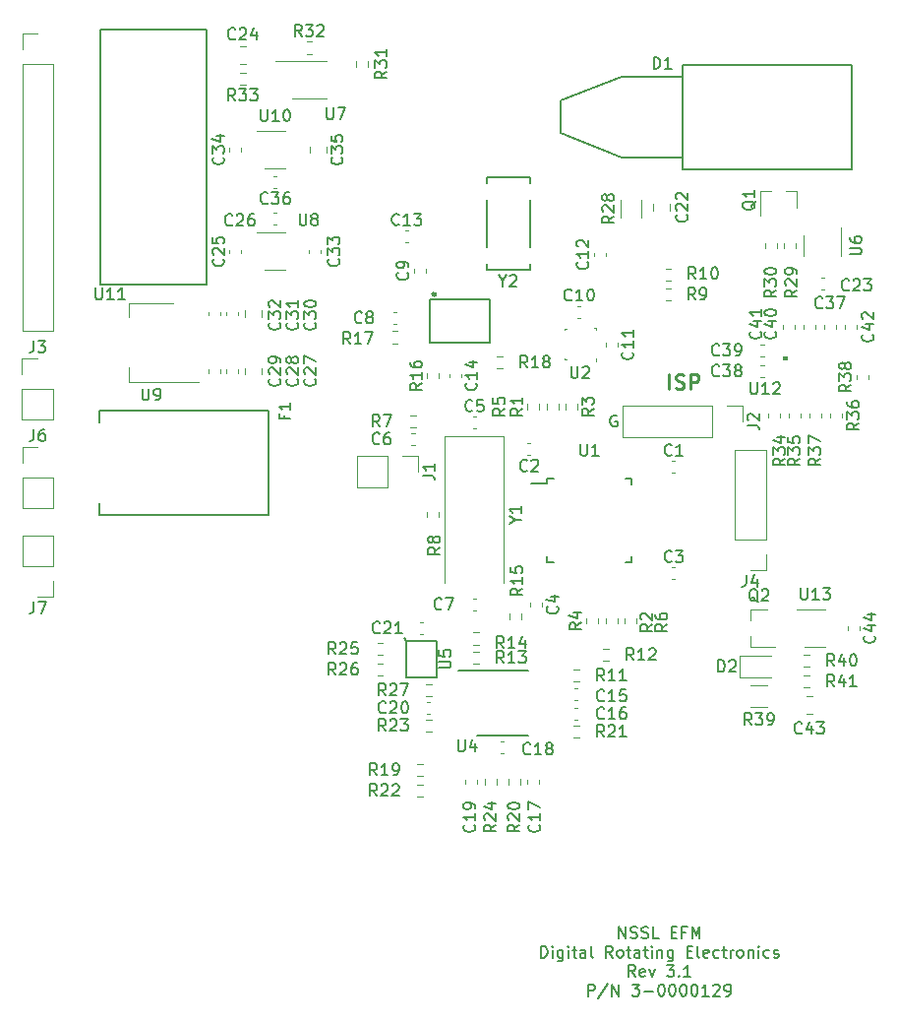
<source format=gbr>
G04 #@! TF.GenerationSoftware,KiCad,Pcbnew,(5.1.12)-1*
G04 #@! TF.CreationDate,2022-02-25T13:33:31-06:00*
G04 #@! TF.ProjectId,digital_pcb,64696769-7461-46c5-9f70-63622e6b6963,3.1*
G04 #@! TF.SameCoordinates,Original*
G04 #@! TF.FileFunction,Legend,Top*
G04 #@! TF.FilePolarity,Positive*
%FSLAX46Y46*%
G04 Gerber Fmt 4.6, Leading zero omitted, Abs format (unit mm)*
G04 Created by KiCad (PCBNEW (5.1.12)-1) date 2022-02-25 13:33:31*
%MOMM*%
%LPD*%
G01*
G04 APERTURE LIST*
%ADD10C,0.150000*%
%ADD11C,0.254000*%
%ADD12C,0.304800*%
%ADD13C,0.127000*%
%ADD14C,0.120000*%
%ADD15C,0.100000*%
G04 APERTURE END LIST*
D10*
X168786609Y-132851380D02*
X168786609Y-131851380D01*
X169358038Y-132851380D01*
X169358038Y-131851380D01*
X169786609Y-132803761D02*
X169929466Y-132851380D01*
X170167561Y-132851380D01*
X170262800Y-132803761D01*
X170310419Y-132756142D01*
X170358038Y-132660904D01*
X170358038Y-132565666D01*
X170310419Y-132470428D01*
X170262800Y-132422809D01*
X170167561Y-132375190D01*
X169977085Y-132327571D01*
X169881847Y-132279952D01*
X169834228Y-132232333D01*
X169786609Y-132137095D01*
X169786609Y-132041857D01*
X169834228Y-131946619D01*
X169881847Y-131899000D01*
X169977085Y-131851380D01*
X170215180Y-131851380D01*
X170358038Y-131899000D01*
X170738990Y-132803761D02*
X170881847Y-132851380D01*
X171119942Y-132851380D01*
X171215180Y-132803761D01*
X171262800Y-132756142D01*
X171310419Y-132660904D01*
X171310419Y-132565666D01*
X171262800Y-132470428D01*
X171215180Y-132422809D01*
X171119942Y-132375190D01*
X170929466Y-132327571D01*
X170834228Y-132279952D01*
X170786609Y-132232333D01*
X170738990Y-132137095D01*
X170738990Y-132041857D01*
X170786609Y-131946619D01*
X170834228Y-131899000D01*
X170929466Y-131851380D01*
X171167561Y-131851380D01*
X171310419Y-131899000D01*
X172215180Y-132851380D02*
X171738990Y-132851380D01*
X171738990Y-131851380D01*
X173310419Y-132327571D02*
X173643752Y-132327571D01*
X173786609Y-132851380D02*
X173310419Y-132851380D01*
X173310419Y-131851380D01*
X173786609Y-131851380D01*
X174548514Y-132327571D02*
X174215180Y-132327571D01*
X174215180Y-132851380D02*
X174215180Y-131851380D01*
X174691371Y-131851380D01*
X175072323Y-132851380D02*
X175072323Y-131851380D01*
X175405657Y-132565666D01*
X175738990Y-131851380D01*
X175738990Y-132851380D01*
X162048514Y-134501380D02*
X162048514Y-133501380D01*
X162286609Y-133501380D01*
X162429466Y-133549000D01*
X162524704Y-133644238D01*
X162572323Y-133739476D01*
X162619942Y-133929952D01*
X162619942Y-134072809D01*
X162572323Y-134263285D01*
X162524704Y-134358523D01*
X162429466Y-134453761D01*
X162286609Y-134501380D01*
X162048514Y-134501380D01*
X163048514Y-134501380D02*
X163048514Y-133834714D01*
X163048514Y-133501380D02*
X163000895Y-133549000D01*
X163048514Y-133596619D01*
X163096133Y-133549000D01*
X163048514Y-133501380D01*
X163048514Y-133596619D01*
X163953276Y-133834714D02*
X163953276Y-134644238D01*
X163905657Y-134739476D01*
X163858038Y-134787095D01*
X163762800Y-134834714D01*
X163619942Y-134834714D01*
X163524704Y-134787095D01*
X163953276Y-134453761D02*
X163858038Y-134501380D01*
X163667561Y-134501380D01*
X163572323Y-134453761D01*
X163524704Y-134406142D01*
X163477085Y-134310904D01*
X163477085Y-134025190D01*
X163524704Y-133929952D01*
X163572323Y-133882333D01*
X163667561Y-133834714D01*
X163858038Y-133834714D01*
X163953276Y-133882333D01*
X164429466Y-134501380D02*
X164429466Y-133834714D01*
X164429466Y-133501380D02*
X164381847Y-133549000D01*
X164429466Y-133596619D01*
X164477085Y-133549000D01*
X164429466Y-133501380D01*
X164429466Y-133596619D01*
X164762800Y-133834714D02*
X165143752Y-133834714D01*
X164905657Y-133501380D02*
X164905657Y-134358523D01*
X164953276Y-134453761D01*
X165048514Y-134501380D01*
X165143752Y-134501380D01*
X165905657Y-134501380D02*
X165905657Y-133977571D01*
X165858038Y-133882333D01*
X165762800Y-133834714D01*
X165572323Y-133834714D01*
X165477085Y-133882333D01*
X165905657Y-134453761D02*
X165810419Y-134501380D01*
X165572323Y-134501380D01*
X165477085Y-134453761D01*
X165429466Y-134358523D01*
X165429466Y-134263285D01*
X165477085Y-134168047D01*
X165572323Y-134120428D01*
X165810419Y-134120428D01*
X165905657Y-134072809D01*
X166524704Y-134501380D02*
X166429466Y-134453761D01*
X166381847Y-134358523D01*
X166381847Y-133501380D01*
X168238990Y-134501380D02*
X167905657Y-134025190D01*
X167667561Y-134501380D02*
X167667561Y-133501380D01*
X168048514Y-133501380D01*
X168143752Y-133549000D01*
X168191371Y-133596619D01*
X168238990Y-133691857D01*
X168238990Y-133834714D01*
X168191371Y-133929952D01*
X168143752Y-133977571D01*
X168048514Y-134025190D01*
X167667561Y-134025190D01*
X168810419Y-134501380D02*
X168715180Y-134453761D01*
X168667561Y-134406142D01*
X168619942Y-134310904D01*
X168619942Y-134025190D01*
X168667561Y-133929952D01*
X168715180Y-133882333D01*
X168810419Y-133834714D01*
X168953276Y-133834714D01*
X169048514Y-133882333D01*
X169096133Y-133929952D01*
X169143752Y-134025190D01*
X169143752Y-134310904D01*
X169096133Y-134406142D01*
X169048514Y-134453761D01*
X168953276Y-134501380D01*
X168810419Y-134501380D01*
X169429466Y-133834714D02*
X169810419Y-133834714D01*
X169572323Y-133501380D02*
X169572323Y-134358523D01*
X169619942Y-134453761D01*
X169715180Y-134501380D01*
X169810419Y-134501380D01*
X170572323Y-134501380D02*
X170572323Y-133977571D01*
X170524704Y-133882333D01*
X170429466Y-133834714D01*
X170238990Y-133834714D01*
X170143752Y-133882333D01*
X170572323Y-134453761D02*
X170477085Y-134501380D01*
X170238990Y-134501380D01*
X170143752Y-134453761D01*
X170096133Y-134358523D01*
X170096133Y-134263285D01*
X170143752Y-134168047D01*
X170238990Y-134120428D01*
X170477085Y-134120428D01*
X170572323Y-134072809D01*
X170905657Y-133834714D02*
X171286609Y-133834714D01*
X171048514Y-133501380D02*
X171048514Y-134358523D01*
X171096133Y-134453761D01*
X171191371Y-134501380D01*
X171286609Y-134501380D01*
X171619942Y-134501380D02*
X171619942Y-133834714D01*
X171619942Y-133501380D02*
X171572323Y-133549000D01*
X171619942Y-133596619D01*
X171667561Y-133549000D01*
X171619942Y-133501380D01*
X171619942Y-133596619D01*
X172096133Y-133834714D02*
X172096133Y-134501380D01*
X172096133Y-133929952D02*
X172143752Y-133882333D01*
X172238990Y-133834714D01*
X172381847Y-133834714D01*
X172477085Y-133882333D01*
X172524704Y-133977571D01*
X172524704Y-134501380D01*
X173429466Y-133834714D02*
X173429466Y-134644238D01*
X173381847Y-134739476D01*
X173334228Y-134787095D01*
X173238990Y-134834714D01*
X173096133Y-134834714D01*
X173000895Y-134787095D01*
X173429466Y-134453761D02*
X173334228Y-134501380D01*
X173143752Y-134501380D01*
X173048514Y-134453761D01*
X173000895Y-134406142D01*
X172953276Y-134310904D01*
X172953276Y-134025190D01*
X173000895Y-133929952D01*
X173048514Y-133882333D01*
X173143752Y-133834714D01*
X173334228Y-133834714D01*
X173429466Y-133882333D01*
X174667561Y-133977571D02*
X175000895Y-133977571D01*
X175143752Y-134501380D02*
X174667561Y-134501380D01*
X174667561Y-133501380D01*
X175143752Y-133501380D01*
X175715180Y-134501380D02*
X175619942Y-134453761D01*
X175572323Y-134358523D01*
X175572323Y-133501380D01*
X176477085Y-134453761D02*
X176381847Y-134501380D01*
X176191371Y-134501380D01*
X176096133Y-134453761D01*
X176048514Y-134358523D01*
X176048514Y-133977571D01*
X176096133Y-133882333D01*
X176191371Y-133834714D01*
X176381847Y-133834714D01*
X176477085Y-133882333D01*
X176524704Y-133977571D01*
X176524704Y-134072809D01*
X176048514Y-134168047D01*
X177381847Y-134453761D02*
X177286609Y-134501380D01*
X177096133Y-134501380D01*
X177000895Y-134453761D01*
X176953276Y-134406142D01*
X176905657Y-134310904D01*
X176905657Y-134025190D01*
X176953276Y-133929952D01*
X177000895Y-133882333D01*
X177096133Y-133834714D01*
X177286609Y-133834714D01*
X177381847Y-133882333D01*
X177667561Y-133834714D02*
X178048514Y-133834714D01*
X177810419Y-133501380D02*
X177810419Y-134358523D01*
X177858038Y-134453761D01*
X177953276Y-134501380D01*
X178048514Y-134501380D01*
X178381847Y-134501380D02*
X178381847Y-133834714D01*
X178381847Y-134025190D02*
X178429466Y-133929952D01*
X178477085Y-133882333D01*
X178572323Y-133834714D01*
X178667561Y-133834714D01*
X179143752Y-134501380D02*
X179048514Y-134453761D01*
X179000895Y-134406142D01*
X178953276Y-134310904D01*
X178953276Y-134025190D01*
X179000895Y-133929952D01*
X179048514Y-133882333D01*
X179143752Y-133834714D01*
X179286609Y-133834714D01*
X179381847Y-133882333D01*
X179429466Y-133929952D01*
X179477085Y-134025190D01*
X179477085Y-134310904D01*
X179429466Y-134406142D01*
X179381847Y-134453761D01*
X179286609Y-134501380D01*
X179143752Y-134501380D01*
X179905657Y-133834714D02*
X179905657Y-134501380D01*
X179905657Y-133929952D02*
X179953276Y-133882333D01*
X180048514Y-133834714D01*
X180191371Y-133834714D01*
X180286609Y-133882333D01*
X180334228Y-133977571D01*
X180334228Y-134501380D01*
X180810419Y-134501380D02*
X180810419Y-133834714D01*
X180810419Y-133501380D02*
X180762800Y-133549000D01*
X180810419Y-133596619D01*
X180858038Y-133549000D01*
X180810419Y-133501380D01*
X180810419Y-133596619D01*
X181715180Y-134453761D02*
X181619942Y-134501380D01*
X181429466Y-134501380D01*
X181334228Y-134453761D01*
X181286609Y-134406142D01*
X181238990Y-134310904D01*
X181238990Y-134025190D01*
X181286609Y-133929952D01*
X181334228Y-133882333D01*
X181429466Y-133834714D01*
X181619942Y-133834714D01*
X181715180Y-133882333D01*
X182096133Y-134453761D02*
X182191371Y-134501380D01*
X182381847Y-134501380D01*
X182477085Y-134453761D01*
X182524704Y-134358523D01*
X182524704Y-134310904D01*
X182477085Y-134215666D01*
X182381847Y-134168047D01*
X182238990Y-134168047D01*
X182143752Y-134120428D01*
X182096133Y-134025190D01*
X182096133Y-133977571D01*
X182143752Y-133882333D01*
X182238990Y-133834714D01*
X182381847Y-133834714D01*
X182477085Y-133882333D01*
X170191371Y-136151380D02*
X169858038Y-135675190D01*
X169619942Y-136151380D02*
X169619942Y-135151380D01*
X170000895Y-135151380D01*
X170096133Y-135199000D01*
X170143752Y-135246619D01*
X170191371Y-135341857D01*
X170191371Y-135484714D01*
X170143752Y-135579952D01*
X170096133Y-135627571D01*
X170000895Y-135675190D01*
X169619942Y-135675190D01*
X171000895Y-136103761D02*
X170905657Y-136151380D01*
X170715180Y-136151380D01*
X170619942Y-136103761D01*
X170572323Y-136008523D01*
X170572323Y-135627571D01*
X170619942Y-135532333D01*
X170715180Y-135484714D01*
X170905657Y-135484714D01*
X171000895Y-135532333D01*
X171048514Y-135627571D01*
X171048514Y-135722809D01*
X170572323Y-135818047D01*
X171381847Y-135484714D02*
X171619942Y-136151380D01*
X171858038Y-135484714D01*
X172905657Y-135151380D02*
X173524704Y-135151380D01*
X173191371Y-135532333D01*
X173334228Y-135532333D01*
X173429466Y-135579952D01*
X173477085Y-135627571D01*
X173524704Y-135722809D01*
X173524704Y-135960904D01*
X173477085Y-136056142D01*
X173429466Y-136103761D01*
X173334228Y-136151380D01*
X173048514Y-136151380D01*
X172953276Y-136103761D01*
X172905657Y-136056142D01*
X173953276Y-136056142D02*
X174000895Y-136103761D01*
X173953276Y-136151380D01*
X173905657Y-136103761D01*
X173953276Y-136056142D01*
X173953276Y-136151380D01*
X174953276Y-136151380D02*
X174381847Y-136151380D01*
X174667561Y-136151380D02*
X174667561Y-135151380D01*
X174572323Y-135294238D01*
X174477085Y-135389476D01*
X174381847Y-135437095D01*
X166143752Y-137801380D02*
X166143752Y-136801380D01*
X166524704Y-136801380D01*
X166619942Y-136849000D01*
X166667561Y-136896619D01*
X166715180Y-136991857D01*
X166715180Y-137134714D01*
X166667561Y-137229952D01*
X166619942Y-137277571D01*
X166524704Y-137325190D01*
X166143752Y-137325190D01*
X167858038Y-136753761D02*
X167000895Y-138039476D01*
X168191371Y-137801380D02*
X168191371Y-136801380D01*
X168762800Y-137801380D01*
X168762800Y-136801380D01*
X169905657Y-136801380D02*
X170524704Y-136801380D01*
X170191371Y-137182333D01*
X170334228Y-137182333D01*
X170429466Y-137229952D01*
X170477085Y-137277571D01*
X170524704Y-137372809D01*
X170524704Y-137610904D01*
X170477085Y-137706142D01*
X170429466Y-137753761D01*
X170334228Y-137801380D01*
X170048514Y-137801380D01*
X169953276Y-137753761D01*
X169905657Y-137706142D01*
X170953276Y-137420428D02*
X171715180Y-137420428D01*
X172381847Y-136801380D02*
X172477085Y-136801380D01*
X172572323Y-136849000D01*
X172619942Y-136896619D01*
X172667561Y-136991857D01*
X172715180Y-137182333D01*
X172715180Y-137420428D01*
X172667561Y-137610904D01*
X172619942Y-137706142D01*
X172572323Y-137753761D01*
X172477085Y-137801380D01*
X172381847Y-137801380D01*
X172286609Y-137753761D01*
X172238990Y-137706142D01*
X172191371Y-137610904D01*
X172143752Y-137420428D01*
X172143752Y-137182333D01*
X172191371Y-136991857D01*
X172238990Y-136896619D01*
X172286609Y-136849000D01*
X172381847Y-136801380D01*
X173334228Y-136801380D02*
X173429466Y-136801380D01*
X173524704Y-136849000D01*
X173572323Y-136896619D01*
X173619942Y-136991857D01*
X173667561Y-137182333D01*
X173667561Y-137420428D01*
X173619942Y-137610904D01*
X173572323Y-137706142D01*
X173524704Y-137753761D01*
X173429466Y-137801380D01*
X173334228Y-137801380D01*
X173238990Y-137753761D01*
X173191371Y-137706142D01*
X173143752Y-137610904D01*
X173096133Y-137420428D01*
X173096133Y-137182333D01*
X173143752Y-136991857D01*
X173191371Y-136896619D01*
X173238990Y-136849000D01*
X173334228Y-136801380D01*
X174286609Y-136801380D02*
X174381847Y-136801380D01*
X174477085Y-136849000D01*
X174524704Y-136896619D01*
X174572323Y-136991857D01*
X174619942Y-137182333D01*
X174619942Y-137420428D01*
X174572323Y-137610904D01*
X174524704Y-137706142D01*
X174477085Y-137753761D01*
X174381847Y-137801380D01*
X174286609Y-137801380D01*
X174191371Y-137753761D01*
X174143752Y-137706142D01*
X174096133Y-137610904D01*
X174048514Y-137420428D01*
X174048514Y-137182333D01*
X174096133Y-136991857D01*
X174143752Y-136896619D01*
X174191371Y-136849000D01*
X174286609Y-136801380D01*
X175238990Y-136801380D02*
X175334228Y-136801380D01*
X175429466Y-136849000D01*
X175477085Y-136896619D01*
X175524704Y-136991857D01*
X175572323Y-137182333D01*
X175572323Y-137420428D01*
X175524704Y-137610904D01*
X175477085Y-137706142D01*
X175429466Y-137753761D01*
X175334228Y-137801380D01*
X175238990Y-137801380D01*
X175143752Y-137753761D01*
X175096133Y-137706142D01*
X175048514Y-137610904D01*
X175000895Y-137420428D01*
X175000895Y-137182333D01*
X175048514Y-136991857D01*
X175096133Y-136896619D01*
X175143752Y-136849000D01*
X175238990Y-136801380D01*
X176524704Y-137801380D02*
X175953276Y-137801380D01*
X176238990Y-137801380D02*
X176238990Y-136801380D01*
X176143752Y-136944238D01*
X176048514Y-137039476D01*
X175953276Y-137087095D01*
X176905657Y-136896619D02*
X176953276Y-136849000D01*
X177048514Y-136801380D01*
X177286609Y-136801380D01*
X177381847Y-136849000D01*
X177429466Y-136896619D01*
X177477085Y-136991857D01*
X177477085Y-137087095D01*
X177429466Y-137229952D01*
X176858038Y-137801380D01*
X177477085Y-137801380D01*
X177953276Y-137801380D02*
X178143752Y-137801380D01*
X178238990Y-137753761D01*
X178286609Y-137706142D01*
X178381847Y-137563285D01*
X178429466Y-137372809D01*
X178429466Y-136991857D01*
X178381847Y-136896619D01*
X178334228Y-136849000D01*
X178238990Y-136801380D01*
X178048514Y-136801380D01*
X177953276Y-136849000D01*
X177905657Y-136896619D01*
X177858038Y-136991857D01*
X177858038Y-137229952D01*
X177905657Y-137325190D01*
X177953276Y-137372809D01*
X178048514Y-137420428D01*
X178238990Y-137420428D01*
X178334228Y-137372809D01*
X178381847Y-137325190D01*
X178429466Y-137229952D01*
X168600404Y-87904700D02*
X168505166Y-87857080D01*
X168362309Y-87857080D01*
X168219452Y-87904700D01*
X168124214Y-87999938D01*
X168076595Y-88095176D01*
X168028976Y-88285652D01*
X168028976Y-88428509D01*
X168076595Y-88618985D01*
X168124214Y-88714223D01*
X168219452Y-88809461D01*
X168362309Y-88857080D01*
X168457547Y-88857080D01*
X168600404Y-88809461D01*
X168648023Y-88761842D01*
X168648023Y-88428509D01*
X168457547Y-88428509D01*
D11*
X173105838Y-85601023D02*
X173105838Y-84331023D01*
X173650123Y-85540547D02*
X173831552Y-85601023D01*
X174133933Y-85601023D01*
X174254885Y-85540547D01*
X174315361Y-85480071D01*
X174375838Y-85359119D01*
X174375838Y-85238166D01*
X174315361Y-85117214D01*
X174254885Y-85056738D01*
X174133933Y-84996261D01*
X173892028Y-84935785D01*
X173771076Y-84875309D01*
X173710600Y-84814833D01*
X173650123Y-84693880D01*
X173650123Y-84572928D01*
X173710600Y-84451976D01*
X173771076Y-84391500D01*
X173892028Y-84331023D01*
X174194409Y-84331023D01*
X174375838Y-84391500D01*
X174920123Y-85601023D02*
X174920123Y-84331023D01*
X175403933Y-84331023D01*
X175524885Y-84391500D01*
X175585361Y-84451976D01*
X175645838Y-84572928D01*
X175645838Y-84754357D01*
X175585361Y-84875309D01*
X175524885Y-84935785D01*
X175403933Y-84996261D01*
X174920123Y-84996261D01*
D10*
X174288000Y-58730000D02*
X174288000Y-57730000D01*
X174288000Y-66730000D02*
X174288000Y-65730000D01*
X188788000Y-66730000D02*
X174288000Y-66730000D01*
X188788000Y-57730000D02*
X188788000Y-66730000D01*
X174288000Y-57730000D02*
X188788000Y-57730000D01*
X163788000Y-60830000D02*
X168988000Y-58730000D01*
X168988000Y-65730000D02*
X163788000Y-63630000D01*
X163788000Y-63630000D02*
X163788000Y-60830000D01*
X174288000Y-65730000D02*
X168988000Y-65730000D01*
X174288000Y-58730000D02*
X174288000Y-65730000D01*
X168988000Y-58730000D02*
X174288000Y-58730000D01*
X124079000Y-87448000D02*
X138579000Y-87448000D01*
X138579000Y-87448000D02*
X138579000Y-96448000D01*
X138579000Y-96448000D02*
X124079000Y-96448000D01*
X124079000Y-96448000D02*
X124079000Y-95448000D01*
X124079000Y-87448000D02*
X124079000Y-88448000D01*
X162618000Y-93726000D02*
X161243000Y-93726000D01*
X169868000Y-93276000D02*
X169343000Y-93276000D01*
X169868000Y-100526000D02*
X169343000Y-100526000D01*
X162618000Y-100526000D02*
X163143000Y-100526000D01*
X162618000Y-93276000D02*
X163143000Y-93276000D01*
X162618000Y-100526000D02*
X162618000Y-100001000D01*
X169868000Y-100526000D02*
X169868000Y-100001000D01*
X169868000Y-93276000D02*
X169868000Y-93801000D01*
X162618000Y-93276000D02*
X162618000Y-93726000D01*
D12*
X152967000Y-77456000D02*
G75*
G03*
X152967000Y-77456000I-100000J0D01*
G01*
D13*
X157667000Y-77856000D02*
X152467000Y-77856000D01*
X157667000Y-81656000D02*
X157667000Y-77856000D01*
X152467000Y-81656000D02*
X157667000Y-81656000D01*
X152467000Y-77856000D02*
X152467000Y-81656000D01*
D10*
X154975000Y-109849000D02*
X160950000Y-109849000D01*
X156550000Y-115374000D02*
X160950000Y-115374000D01*
X153065000Y-107239000D02*
X153065000Y-110439000D01*
X153065000Y-110439000D02*
X150465000Y-110439000D01*
X150465000Y-110439000D02*
X150465000Y-107239000D01*
X150465000Y-107239000D02*
X153065000Y-107239000D01*
X150465000Y-107239000D02*
X150265000Y-107039000D01*
D14*
X184699000Y-72379000D02*
X184699000Y-74179000D01*
X187919000Y-74179000D02*
X187919000Y-71729000D01*
X132613000Y-85021000D02*
X126603000Y-85021000D01*
X130363000Y-78201000D02*
X126603000Y-78201000D01*
X126603000Y-85021000D02*
X126603000Y-83761000D01*
X126603000Y-78201000D02*
X126603000Y-79461000D01*
D10*
X133246000Y-54659000D02*
X133246000Y-76659000D01*
X133246000Y-76659000D02*
X124146000Y-76659000D01*
X124146000Y-76659000D02*
X124146000Y-54659000D01*
X124146000Y-54659000D02*
X133246000Y-54659000D01*
D14*
X140092000Y-63414000D02*
X137642000Y-63414000D01*
X138292000Y-66634000D02*
X140092000Y-66634000D01*
X153787000Y-89693000D02*
X153787000Y-102293000D01*
X158887000Y-89693000D02*
X153787000Y-89693000D01*
X158887000Y-102293000D02*
X158887000Y-89693000D01*
D10*
X157408000Y-67424000D02*
X157408000Y-67874000D01*
X157408000Y-67424000D02*
X161108000Y-67424000D01*
X161108000Y-67424000D02*
X161108000Y-67874000D01*
X161108000Y-69374000D02*
X161108000Y-73374000D01*
X161108000Y-74874000D02*
X161108000Y-75324000D01*
X161108000Y-75324000D02*
X157408000Y-75324000D01*
X157408000Y-75324000D02*
X157408000Y-74874000D01*
X157408000Y-73374000D02*
X157408000Y-69374000D01*
D14*
X142113000Y-60665000D02*
X143613000Y-60665000D01*
X142113000Y-60665000D02*
X140613000Y-60665000D01*
X142113000Y-57445000D02*
X143613000Y-57445000D01*
X142113000Y-57445000D02*
X139238000Y-57445000D01*
X165213420Y-79504000D02*
X165494580Y-79504000D01*
X165213420Y-78484000D02*
X165494580Y-78484000D01*
X168658000Y-81647420D02*
X168658000Y-81928580D01*
X167638000Y-81647420D02*
X167638000Y-81928580D01*
D15*
X166792999Y-82946999D02*
X166792999Y-83196999D01*
X164092999Y-83096999D02*
X164092999Y-82946999D01*
X164242999Y-83096999D02*
X164092999Y-83096999D01*
X164092999Y-80396999D02*
X164242999Y-80396999D01*
X164092999Y-80396999D02*
X164092999Y-80546999D01*
X166792999Y-80396999D02*
X166792999Y-80546999D01*
X166792999Y-80386999D02*
X166642999Y-80386999D01*
D14*
X173341420Y-91819000D02*
X173622580Y-91819000D01*
X173341420Y-92839000D02*
X173622580Y-92839000D01*
X161176580Y-90295000D02*
X160895420Y-90295000D01*
X161176580Y-91315000D02*
X160895420Y-91315000D01*
X173341420Y-101983000D02*
X173622580Y-101983000D01*
X173341420Y-100963000D02*
X173622580Y-100963000D01*
X162181000Y-103999420D02*
X162181000Y-104280580D01*
X161161000Y-103999420D02*
X161161000Y-104280580D01*
X156196420Y-89029000D02*
X156477580Y-89029000D01*
X156196420Y-88009000D02*
X156477580Y-88009000D01*
X150931421Y-89444001D02*
X151212581Y-89444001D01*
X150931421Y-90464001D02*
X151212581Y-90464001D01*
X156196420Y-104650000D02*
X156477580Y-104650000D01*
X156196420Y-103630000D02*
X156477580Y-103630000D01*
X149619580Y-78992000D02*
X149338420Y-78992000D01*
X149619580Y-80012000D02*
X149338420Y-80012000D01*
X151128000Y-75578580D02*
X151128000Y-75297420D01*
X152148000Y-75578580D02*
X152148000Y-75297420D01*
X166622000Y-74181580D02*
X166622000Y-73900420D01*
X167642000Y-74181580D02*
X167642000Y-73900420D01*
X150354420Y-73027000D02*
X150635580Y-73027000D01*
X150354420Y-72007000D02*
X150635580Y-72007000D01*
X155196000Y-84314420D02*
X155196000Y-84595580D01*
X154176000Y-84314420D02*
X154176000Y-84595580D01*
X164959420Y-112397000D02*
X165240580Y-112397000D01*
X164959420Y-111377000D02*
X165240580Y-111377000D01*
X164959420Y-113028000D02*
X165240580Y-113028000D01*
X164959420Y-114048000D02*
X165240580Y-114048000D01*
X160907000Y-119239420D02*
X160907000Y-119520580D01*
X161927000Y-119239420D02*
X161927000Y-119520580D01*
X158890580Y-116969000D02*
X158609420Y-116969000D01*
X158890580Y-115949000D02*
X158609420Y-115949000D01*
X156593000Y-119239420D02*
X156593000Y-119520580D01*
X155573000Y-119239420D02*
X155573000Y-119520580D01*
X152540580Y-112520000D02*
X152259420Y-112520000D01*
X152540580Y-113540000D02*
X152259420Y-113540000D01*
X151905580Y-105662000D02*
X151624420Y-105662000D01*
X151905580Y-106682000D02*
X151624420Y-106682000D01*
X171731000Y-70238252D02*
X171731000Y-69715748D01*
X173201000Y-70238252D02*
X173201000Y-69715748D01*
X186449580Y-76071000D02*
X186168420Y-76071000D01*
X186449580Y-77091000D02*
X186168420Y-77091000D01*
X136659252Y-56161000D02*
X136136748Y-56161000D01*
X136659252Y-57631000D02*
X136136748Y-57631000D01*
X136273000Y-73927580D02*
X136273000Y-73646420D01*
X135253000Y-73927580D02*
X135253000Y-73646420D01*
X139332580Y-71503000D02*
X139051420Y-71503000D01*
X139332580Y-70483000D02*
X139051420Y-70483000D01*
X138022000Y-84335252D02*
X138022000Y-83812748D01*
X136552000Y-84335252D02*
X136552000Y-83812748D01*
X134999000Y-84214580D02*
X134999000Y-83933420D01*
X136019000Y-84214580D02*
X136019000Y-83933420D01*
X133475000Y-84214580D02*
X133475000Y-83933420D01*
X134495000Y-84214580D02*
X134495000Y-83933420D01*
X138022000Y-79382252D02*
X138022000Y-78859748D01*
X136552000Y-79382252D02*
X136552000Y-78859748D01*
X134999000Y-79261580D02*
X134999000Y-78980420D01*
X136019000Y-79261580D02*
X136019000Y-78980420D01*
X133475000Y-79261580D02*
X133475000Y-78980420D01*
X134495000Y-79261580D02*
X134495000Y-78980420D01*
X143131000Y-73927580D02*
X143131000Y-73646420D01*
X142111000Y-73927580D02*
X142111000Y-73646420D01*
X136273000Y-65164580D02*
X136273000Y-64883420D01*
X135253000Y-65164580D02*
X135253000Y-64883420D01*
X143610000Y-64762748D02*
X143610000Y-65285252D01*
X142140000Y-64762748D02*
X142140000Y-65285252D01*
X139332580Y-67308000D02*
X139051420Y-67308000D01*
X139332580Y-68328000D02*
X139051420Y-68328000D01*
X151444000Y-91380000D02*
X151444000Y-92710000D01*
X150114000Y-91380000D02*
X151444000Y-91380000D01*
X148844000Y-91380000D02*
X148844000Y-94040000D01*
X148844000Y-94040000D02*
X146244000Y-94040000D01*
X148844000Y-91380000D02*
X146244000Y-91380000D01*
X146244000Y-91380000D02*
X146244000Y-94040000D01*
X179384000Y-87062000D02*
X179384000Y-88392000D01*
X178054000Y-87062000D02*
X179384000Y-87062000D01*
X176784000Y-87062000D02*
X176784000Y-89722000D01*
X176784000Y-89722000D02*
X169104000Y-89722000D01*
X176784000Y-87062000D02*
X169104000Y-87062000D01*
X169104000Y-87062000D02*
X169104000Y-89722000D01*
X117402300Y-88210700D02*
X120062300Y-88210700D01*
X117402300Y-85610700D02*
X117402300Y-88210700D01*
X120062300Y-85610700D02*
X120062300Y-88210700D01*
X117402300Y-85610700D02*
X120062300Y-85610700D01*
X117402300Y-84340700D02*
X117402300Y-83010700D01*
X117402300Y-83010700D02*
X118732300Y-83010700D01*
X181416000Y-90872000D02*
X178756000Y-90872000D01*
X181416000Y-98552000D02*
X181416000Y-90872000D01*
X178756000Y-98552000D02*
X178756000Y-90872000D01*
X181416000Y-98552000D02*
X178756000Y-98552000D01*
X181416000Y-99822000D02*
X181416000Y-101152000D01*
X181416000Y-101152000D02*
X180086000Y-101152000D01*
X117410000Y-55060000D02*
X118740000Y-55060000D01*
X117410000Y-56390000D02*
X117410000Y-55060000D01*
X117410000Y-57660000D02*
X120070000Y-57660000D01*
X120070000Y-57660000D02*
X120070000Y-80580000D01*
X117410000Y-57660000D02*
X117410000Y-80580000D01*
X117410000Y-80580000D02*
X120070000Y-80580000D01*
X117415000Y-95818000D02*
X120075000Y-95818000D01*
X117415000Y-93218000D02*
X117415000Y-95818000D01*
X120075000Y-93218000D02*
X120075000Y-95818000D01*
X117415000Y-93218000D02*
X120075000Y-93218000D01*
X117415000Y-91948000D02*
X117415000Y-90618000D01*
X117415000Y-90618000D02*
X118745000Y-90618000D01*
X120075000Y-103438000D02*
X118745000Y-103438000D01*
X120075000Y-102108000D02*
X120075000Y-103438000D01*
X120075000Y-100838000D02*
X117415000Y-100838000D01*
X117415000Y-100838000D02*
X117415000Y-98238000D01*
X120075000Y-100838000D02*
X120075000Y-98238000D01*
X120075000Y-98238000D02*
X117415000Y-98238000D01*
X162545500Y-87359258D02*
X162545500Y-86884742D01*
X163590500Y-87359258D02*
X163590500Y-86884742D01*
X167625500Y-105299742D02*
X167625500Y-105774258D01*
X168670500Y-105299742D02*
X168670500Y-105774258D01*
X165241500Y-86884742D02*
X165241500Y-87359258D01*
X164196500Y-86884742D02*
X164196500Y-87359258D01*
X167019500Y-105774258D02*
X167019500Y-105299742D01*
X165974500Y-105774258D02*
X165974500Y-105299742D01*
X161939500Y-86884742D02*
X161939500Y-87359258D01*
X160894500Y-86884742D02*
X160894500Y-87359258D01*
X170321500Y-105774258D02*
X170321500Y-105299742D01*
X169276500Y-105774258D02*
X169276500Y-105299742D01*
X150839743Y-88914500D02*
X151314259Y-88914500D01*
X150839743Y-87869500D02*
X151314259Y-87869500D01*
X153303500Y-96155742D02*
X153303500Y-96630258D01*
X152258500Y-96155742D02*
X152258500Y-96630258D01*
X173258257Y-77992500D02*
X172783741Y-77992500D01*
X173258257Y-76947500D02*
X172783741Y-76947500D01*
X173258257Y-76296499D02*
X172783741Y-76296499D01*
X173258257Y-75251499D02*
X172783741Y-75251499D01*
X165337258Y-110758500D02*
X164862742Y-110758500D01*
X165337258Y-109713500D02*
X164862742Y-109713500D01*
X167877258Y-107935500D02*
X167402742Y-107935500D01*
X167877258Y-108980500D02*
X167402742Y-108980500D01*
X156226742Y-108189500D02*
X156701258Y-108189500D01*
X156226742Y-109234500D02*
X156701258Y-109234500D01*
X156226742Y-107583500D02*
X156701258Y-107583500D01*
X156226742Y-106538500D02*
X156701258Y-106538500D01*
X160415500Y-104918742D02*
X160415500Y-105393258D01*
X159370500Y-104918742D02*
X159370500Y-105393258D01*
X153303500Y-84692258D02*
X153303500Y-84217742D01*
X152258500Y-84692258D02*
X152258500Y-84217742D01*
X149241742Y-80630500D02*
X149716258Y-80630500D01*
X149241742Y-81675500D02*
X149716258Y-81675500D01*
X158258742Y-83834500D02*
X158733258Y-83834500D01*
X158258742Y-82789500D02*
X158733258Y-82789500D01*
X151875258Y-117841500D02*
X151400742Y-117841500D01*
X151875258Y-118886500D02*
X151400742Y-118886500D01*
X160288500Y-119142742D02*
X160288500Y-119617258D01*
X159243500Y-119142742D02*
X159243500Y-119617258D01*
X164862742Y-115584500D02*
X165337258Y-115584500D01*
X164862742Y-114539500D02*
X165337258Y-114539500D01*
X151400742Y-119619500D02*
X151875258Y-119619500D01*
X151400742Y-120664500D02*
X151875258Y-120664500D01*
X152637258Y-114031500D02*
X152162742Y-114031500D01*
X152637258Y-115076500D02*
X152162742Y-115076500D01*
X157211500Y-119142742D02*
X157211500Y-119617258D01*
X158256500Y-119142742D02*
X158256500Y-119617258D01*
X148446258Y-108472500D02*
X147971742Y-108472500D01*
X148446258Y-107427500D02*
X147971742Y-107427500D01*
X148446258Y-109205500D02*
X147971742Y-109205500D01*
X148446258Y-110250500D02*
X147971742Y-110250500D01*
X152162742Y-110983500D02*
X152637258Y-110983500D01*
X152162742Y-112028500D02*
X152637258Y-112028500D01*
X168889000Y-69376936D02*
X168889000Y-70831064D01*
X170709000Y-69376936D02*
X170709000Y-70831064D01*
X182992500Y-73041742D02*
X182992500Y-73516258D01*
X184037500Y-73041742D02*
X184037500Y-73516258D01*
X181341500Y-73516258D02*
X181341500Y-73041742D01*
X182386500Y-73516258D02*
X182386500Y-73041742D01*
X147207500Y-57895258D02*
X147207500Y-57420742D01*
X146162500Y-57895258D02*
X146162500Y-57420742D01*
X141875742Y-55738500D02*
X142350258Y-55738500D01*
X141875742Y-56783500D02*
X142350258Y-56783500D01*
X136635258Y-58405500D02*
X136160742Y-58405500D01*
X136635258Y-59450500D02*
X136160742Y-59450500D01*
X140092000Y-72177000D02*
X137642000Y-72177000D01*
X138292000Y-75397000D02*
X140092000Y-75397000D01*
X187454000Y-80101221D02*
X187454000Y-80426779D01*
X186434000Y-80101221D02*
X186434000Y-80426779D01*
X180939221Y-84584000D02*
X181264779Y-84584000D01*
X180939221Y-83564000D02*
X181264779Y-83564000D01*
X180939221Y-81786000D02*
X181264779Y-81786000D01*
X180939221Y-82806000D02*
X181264779Y-82806000D01*
X184656000Y-80101221D02*
X184656000Y-80426779D01*
X185676000Y-80101221D02*
X185676000Y-80426779D01*
X183898000Y-80101221D02*
X183898000Y-80426779D01*
X182878000Y-80101221D02*
X182878000Y-80426779D01*
X188212000Y-80426779D02*
X188212000Y-80101221D01*
X189232000Y-80426779D02*
X189232000Y-80101221D01*
X182628000Y-88046779D02*
X182628000Y-87721221D01*
X181608000Y-88046779D02*
X181608000Y-87721221D01*
X183386000Y-88046779D02*
X183386000Y-87721221D01*
X184406000Y-88046779D02*
X184406000Y-87721221D01*
X186942000Y-88046779D02*
X186942000Y-87721221D01*
X187962000Y-88046779D02*
X187962000Y-87721221D01*
X186184000Y-88046779D02*
X186184000Y-87721221D01*
X185164000Y-88046779D02*
X185164000Y-87721221D01*
X189228000Y-84744779D02*
X189228000Y-84419221D01*
X190248000Y-84744779D02*
X190248000Y-84419221D01*
D15*
G36*
X182894502Y-83086001D02*
G01*
X182894502Y-82832001D01*
X183275502Y-82832001D01*
X183275502Y-83086001D01*
X182894502Y-83086001D01*
G37*
X182894502Y-83086001D02*
X182894502Y-82832001D01*
X183275502Y-82832001D01*
X183275502Y-83086001D01*
X182894502Y-83086001D01*
D14*
X184904748Y-112041000D02*
X185427252Y-112041000D01*
X184904748Y-113511000D02*
X185427252Y-113511000D01*
X189486000Y-106031420D02*
X189486000Y-106312580D01*
X188466000Y-106031420D02*
X188466000Y-106312580D01*
X179163000Y-110434000D02*
X181848000Y-110434000D01*
X179163000Y-108514000D02*
X179163000Y-110434000D01*
X181848000Y-108514000D02*
X179163000Y-108514000D01*
X184079000Y-68582000D02*
X183149000Y-68582000D01*
X180919000Y-68582000D02*
X181849000Y-68582000D01*
X180919000Y-68582000D02*
X180919000Y-70742000D01*
X184079000Y-68582000D02*
X184079000Y-70042000D01*
X180088000Y-104592000D02*
X181548000Y-104592000D01*
X180088000Y-107752000D02*
X182248000Y-107752000D01*
X180088000Y-107752000D02*
X180088000Y-106822000D01*
X180088000Y-104592000D02*
X180088000Y-105522000D01*
X181575064Y-112924000D02*
X180120936Y-112924000D01*
X181575064Y-111104000D02*
X180120936Y-111104000D01*
X184674742Y-108443500D02*
X185149258Y-108443500D01*
X184674742Y-109488500D02*
X185149258Y-109488500D01*
X185149258Y-110221500D02*
X184674742Y-110221500D01*
X185149258Y-111266500D02*
X184674742Y-111266500D01*
X184774000Y-107782000D02*
X186574000Y-107782000D01*
X186574000Y-104562000D02*
X184124000Y-104562000D01*
D10*
X171778704Y-58072280D02*
X171778704Y-57072280D01*
X172016800Y-57072280D01*
X172159657Y-57119900D01*
X172254895Y-57215138D01*
X172302514Y-57310376D01*
X172350133Y-57500852D01*
X172350133Y-57643709D01*
X172302514Y-57834185D01*
X172254895Y-57929423D01*
X172159657Y-58024661D01*
X172016800Y-58072280D01*
X171778704Y-58072280D01*
X173302514Y-58072280D02*
X172731085Y-58072280D01*
X173016800Y-58072280D02*
X173016800Y-57072280D01*
X172921561Y-57215138D01*
X172826323Y-57310376D01*
X172731085Y-57357995D01*
X139996871Y-87849033D02*
X139996871Y-88182366D01*
X140520680Y-88182366D02*
X139520680Y-88182366D01*
X139520680Y-87706176D01*
X140520680Y-86801414D02*
X140520680Y-87372842D01*
X140520680Y-87087128D02*
X139520680Y-87087128D01*
X139663538Y-87182366D01*
X139758776Y-87277604D01*
X139806395Y-87372842D01*
X165481095Y-90353380D02*
X165481095Y-91162904D01*
X165528714Y-91258142D01*
X165576333Y-91305761D01*
X165671571Y-91353380D01*
X165862047Y-91353380D01*
X165957285Y-91305761D01*
X166004904Y-91258142D01*
X166052523Y-91162904D01*
X166052523Y-90353380D01*
X167052523Y-91353380D02*
X166481095Y-91353380D01*
X166766809Y-91353380D02*
X166766809Y-90353380D01*
X166671571Y-90496238D01*
X166576333Y-90591476D01*
X166481095Y-90639095D01*
X154940095Y-115784380D02*
X154940095Y-116593904D01*
X154987714Y-116689142D01*
X155035333Y-116736761D01*
X155130571Y-116784380D01*
X155321047Y-116784380D01*
X155416285Y-116736761D01*
X155463904Y-116689142D01*
X155511523Y-116593904D01*
X155511523Y-115784380D01*
X156416285Y-116117714D02*
X156416285Y-116784380D01*
X156178190Y-115736761D02*
X155940095Y-116451047D01*
X156559142Y-116451047D01*
X153300180Y-109600904D02*
X154109704Y-109600904D01*
X154204942Y-109553285D01*
X154252561Y-109505666D01*
X154300180Y-109410428D01*
X154300180Y-109219952D01*
X154252561Y-109124714D01*
X154204942Y-109077095D01*
X154109704Y-109029476D01*
X153300180Y-109029476D01*
X153300180Y-108077095D02*
X153300180Y-108553285D01*
X153776371Y-108600904D01*
X153728752Y-108553285D01*
X153681133Y-108458047D01*
X153681133Y-108219952D01*
X153728752Y-108124714D01*
X153776371Y-108077095D01*
X153871609Y-108029476D01*
X154109704Y-108029476D01*
X154204942Y-108077095D01*
X154252561Y-108124714D01*
X154300180Y-108219952D01*
X154300180Y-108458047D01*
X154252561Y-108553285D01*
X154204942Y-108600904D01*
X188661380Y-74040904D02*
X189470904Y-74040904D01*
X189566142Y-73993285D01*
X189613761Y-73945666D01*
X189661380Y-73850428D01*
X189661380Y-73659952D01*
X189613761Y-73564714D01*
X189566142Y-73517095D01*
X189470904Y-73469476D01*
X188661380Y-73469476D01*
X188661380Y-72564714D02*
X188661380Y-72755190D01*
X188709000Y-72850428D01*
X188756619Y-72898047D01*
X188899476Y-72993285D01*
X189089952Y-73040904D01*
X189470904Y-73040904D01*
X189566142Y-72993285D01*
X189613761Y-72945666D01*
X189661380Y-72850428D01*
X189661380Y-72659952D01*
X189613761Y-72564714D01*
X189566142Y-72517095D01*
X189470904Y-72469476D01*
X189232809Y-72469476D01*
X189137571Y-72517095D01*
X189089952Y-72564714D01*
X189042333Y-72659952D01*
X189042333Y-72850428D01*
X189089952Y-72945666D01*
X189137571Y-72993285D01*
X189232809Y-73040904D01*
X127751095Y-85563380D02*
X127751095Y-86372904D01*
X127798714Y-86468142D01*
X127846333Y-86515761D01*
X127941571Y-86563380D01*
X128132047Y-86563380D01*
X128227285Y-86515761D01*
X128274904Y-86468142D01*
X128322523Y-86372904D01*
X128322523Y-85563380D01*
X128846333Y-86563380D02*
X129036809Y-86563380D01*
X129132047Y-86515761D01*
X129179666Y-86468142D01*
X129274904Y-86325285D01*
X129322523Y-86134809D01*
X129322523Y-85753857D01*
X129274904Y-85658619D01*
X129227285Y-85611000D01*
X129132047Y-85563380D01*
X128941571Y-85563380D01*
X128846333Y-85611000D01*
X128798714Y-85658619D01*
X128751095Y-85753857D01*
X128751095Y-85991952D01*
X128798714Y-86087190D01*
X128846333Y-86134809D01*
X128941571Y-86182428D01*
X129132047Y-86182428D01*
X129227285Y-86134809D01*
X129274904Y-86087190D01*
X129322523Y-85991952D01*
X123729904Y-76922380D02*
X123729904Y-77731904D01*
X123777523Y-77827142D01*
X123825142Y-77874761D01*
X123920380Y-77922380D01*
X124110857Y-77922380D01*
X124206095Y-77874761D01*
X124253714Y-77827142D01*
X124301333Y-77731904D01*
X124301333Y-76922380D01*
X125301333Y-77922380D02*
X124729904Y-77922380D01*
X125015619Y-77922380D02*
X125015619Y-76922380D01*
X124920380Y-77065238D01*
X124825142Y-77160476D01*
X124729904Y-77208095D01*
X126253714Y-77922380D02*
X125682285Y-77922380D01*
X125968000Y-77922380D02*
X125968000Y-76922380D01*
X125872761Y-77065238D01*
X125777523Y-77160476D01*
X125682285Y-77208095D01*
X137953904Y-61576380D02*
X137953904Y-62385904D01*
X138001523Y-62481142D01*
X138049142Y-62528761D01*
X138144380Y-62576380D01*
X138334857Y-62576380D01*
X138430095Y-62528761D01*
X138477714Y-62481142D01*
X138525333Y-62385904D01*
X138525333Y-61576380D01*
X139525333Y-62576380D02*
X138953904Y-62576380D01*
X139239619Y-62576380D02*
X139239619Y-61576380D01*
X139144380Y-61719238D01*
X139049142Y-61814476D01*
X138953904Y-61862095D01*
X140144380Y-61576380D02*
X140239619Y-61576380D01*
X140334857Y-61624000D01*
X140382476Y-61671619D01*
X140430095Y-61766857D01*
X140477714Y-61957333D01*
X140477714Y-62195428D01*
X140430095Y-62385904D01*
X140382476Y-62481142D01*
X140334857Y-62528761D01*
X140239619Y-62576380D01*
X140144380Y-62576380D01*
X140049142Y-62528761D01*
X140001523Y-62481142D01*
X139953904Y-62385904D01*
X139906285Y-62195428D01*
X139906285Y-61957333D01*
X139953904Y-61766857D01*
X140001523Y-61671619D01*
X140049142Y-61624000D01*
X140144380Y-61576380D01*
X159863190Y-96869190D02*
X160339380Y-96869190D01*
X159339380Y-97202523D02*
X159863190Y-96869190D01*
X159339380Y-96535857D01*
X160339380Y-95678714D02*
X160339380Y-96250142D01*
X160339380Y-95964428D02*
X159339380Y-95964428D01*
X159482238Y-96059666D01*
X159577476Y-96154904D01*
X159625095Y-96250142D01*
X158771809Y-76300190D02*
X158771809Y-76776380D01*
X158438476Y-75776380D02*
X158771809Y-76300190D01*
X159105142Y-75776380D01*
X159390857Y-75871619D02*
X159438476Y-75824000D01*
X159533714Y-75776380D01*
X159771809Y-75776380D01*
X159867047Y-75824000D01*
X159914666Y-75871619D01*
X159962285Y-75966857D01*
X159962285Y-76062095D01*
X159914666Y-76204952D01*
X159343238Y-76776380D01*
X159962285Y-76776380D01*
X143637095Y-61428380D02*
X143637095Y-62237904D01*
X143684714Y-62333142D01*
X143732333Y-62380761D01*
X143827571Y-62428380D01*
X144018047Y-62428380D01*
X144113285Y-62380761D01*
X144160904Y-62333142D01*
X144208523Y-62237904D01*
X144208523Y-61428380D01*
X144589476Y-61428380D02*
X145256142Y-61428380D01*
X144827571Y-62428380D01*
X164711142Y-77921142D02*
X164663523Y-77968761D01*
X164520666Y-78016380D01*
X164425428Y-78016380D01*
X164282571Y-77968761D01*
X164187333Y-77873523D01*
X164139714Y-77778285D01*
X164092095Y-77587809D01*
X164092095Y-77444952D01*
X164139714Y-77254476D01*
X164187333Y-77159238D01*
X164282571Y-77064000D01*
X164425428Y-77016380D01*
X164520666Y-77016380D01*
X164663523Y-77064000D01*
X164711142Y-77111619D01*
X165663523Y-78016380D02*
X165092095Y-78016380D01*
X165377809Y-78016380D02*
X165377809Y-77016380D01*
X165282571Y-77159238D01*
X165187333Y-77254476D01*
X165092095Y-77302095D01*
X166282571Y-77016380D02*
X166377809Y-77016380D01*
X166473047Y-77064000D01*
X166520666Y-77111619D01*
X166568285Y-77206857D01*
X166615904Y-77397333D01*
X166615904Y-77635428D01*
X166568285Y-77825904D01*
X166520666Y-77921142D01*
X166473047Y-77968761D01*
X166377809Y-78016380D01*
X166282571Y-78016380D01*
X166187333Y-77968761D01*
X166139714Y-77921142D01*
X166092095Y-77825904D01*
X166044476Y-77635428D01*
X166044476Y-77397333D01*
X166092095Y-77206857D01*
X166139714Y-77111619D01*
X166187333Y-77064000D01*
X166282571Y-77016380D01*
X169935142Y-82430857D02*
X169982761Y-82478476D01*
X170030380Y-82621333D01*
X170030380Y-82716571D01*
X169982761Y-82859428D01*
X169887523Y-82954666D01*
X169792285Y-83002285D01*
X169601809Y-83049904D01*
X169458952Y-83049904D01*
X169268476Y-83002285D01*
X169173238Y-82954666D01*
X169078000Y-82859428D01*
X169030380Y-82716571D01*
X169030380Y-82621333D01*
X169078000Y-82478476D01*
X169125619Y-82430857D01*
X170030380Y-81478476D02*
X170030380Y-82049904D01*
X170030380Y-81764190D02*
X169030380Y-81764190D01*
X169173238Y-81859428D01*
X169268476Y-81954666D01*
X169316095Y-82049904D01*
X170030380Y-80526095D02*
X170030380Y-81097523D01*
X170030380Y-80811809D02*
X169030380Y-80811809D01*
X169173238Y-80907047D01*
X169268476Y-81002285D01*
X169316095Y-81097523D01*
X164666094Y-83664379D02*
X164666094Y-84473903D01*
X164713713Y-84569141D01*
X164761332Y-84616760D01*
X164856570Y-84664379D01*
X165047046Y-84664379D01*
X165142284Y-84616760D01*
X165189903Y-84569141D01*
X165237522Y-84473903D01*
X165237522Y-83664379D01*
X165666094Y-83759618D02*
X165713713Y-83711999D01*
X165808951Y-83664379D01*
X166047046Y-83664379D01*
X166142284Y-83711999D01*
X166189903Y-83759618D01*
X166237522Y-83854856D01*
X166237522Y-83950094D01*
X166189903Y-84092951D01*
X165618475Y-84664379D01*
X166237522Y-84664379D01*
X173315333Y-91256142D02*
X173267714Y-91303761D01*
X173124857Y-91351380D01*
X173029619Y-91351380D01*
X172886761Y-91303761D01*
X172791523Y-91208523D01*
X172743904Y-91113285D01*
X172696285Y-90922809D01*
X172696285Y-90779952D01*
X172743904Y-90589476D01*
X172791523Y-90494238D01*
X172886761Y-90399000D01*
X173029619Y-90351380D01*
X173124857Y-90351380D01*
X173267714Y-90399000D01*
X173315333Y-90446619D01*
X174267714Y-91351380D02*
X173696285Y-91351380D01*
X173982000Y-91351380D02*
X173982000Y-90351380D01*
X173886761Y-90494238D01*
X173791523Y-90589476D01*
X173696285Y-90637095D01*
X160869333Y-92592142D02*
X160821714Y-92639761D01*
X160678857Y-92687380D01*
X160583619Y-92687380D01*
X160440761Y-92639761D01*
X160345523Y-92544523D01*
X160297904Y-92449285D01*
X160250285Y-92258809D01*
X160250285Y-92115952D01*
X160297904Y-91925476D01*
X160345523Y-91830238D01*
X160440761Y-91735000D01*
X160583619Y-91687380D01*
X160678857Y-91687380D01*
X160821714Y-91735000D01*
X160869333Y-91782619D01*
X161250285Y-91782619D02*
X161297904Y-91735000D01*
X161393142Y-91687380D01*
X161631238Y-91687380D01*
X161726476Y-91735000D01*
X161774095Y-91782619D01*
X161821714Y-91877857D01*
X161821714Y-91973095D01*
X161774095Y-92115952D01*
X161202666Y-92687380D01*
X161821714Y-92687380D01*
X173315333Y-100400142D02*
X173267714Y-100447761D01*
X173124857Y-100495380D01*
X173029619Y-100495380D01*
X172886761Y-100447761D01*
X172791523Y-100352523D01*
X172743904Y-100257285D01*
X172696285Y-100066809D01*
X172696285Y-99923952D01*
X172743904Y-99733476D01*
X172791523Y-99638238D01*
X172886761Y-99543000D01*
X173029619Y-99495380D01*
X173124857Y-99495380D01*
X173267714Y-99543000D01*
X173315333Y-99590619D01*
X173648666Y-99495380D02*
X174267714Y-99495380D01*
X173934380Y-99876333D01*
X174077238Y-99876333D01*
X174172476Y-99923952D01*
X174220095Y-99971571D01*
X174267714Y-100066809D01*
X174267714Y-100304904D01*
X174220095Y-100400142D01*
X174172476Y-100447761D01*
X174077238Y-100495380D01*
X173791523Y-100495380D01*
X173696285Y-100447761D01*
X173648666Y-100400142D01*
X163458142Y-104306666D02*
X163505761Y-104354285D01*
X163553380Y-104497142D01*
X163553380Y-104592380D01*
X163505761Y-104735238D01*
X163410523Y-104830476D01*
X163315285Y-104878095D01*
X163124809Y-104925714D01*
X162981952Y-104925714D01*
X162791476Y-104878095D01*
X162696238Y-104830476D01*
X162601000Y-104735238D01*
X162553380Y-104592380D01*
X162553380Y-104497142D01*
X162601000Y-104354285D01*
X162648619Y-104306666D01*
X162886714Y-103449523D02*
X163553380Y-103449523D01*
X162505761Y-103687619D02*
X163220047Y-103925714D01*
X163220047Y-103306666D01*
X156170333Y-87446142D02*
X156122714Y-87493761D01*
X155979857Y-87541380D01*
X155884619Y-87541380D01*
X155741761Y-87493761D01*
X155646523Y-87398523D01*
X155598904Y-87303285D01*
X155551285Y-87112809D01*
X155551285Y-86969952D01*
X155598904Y-86779476D01*
X155646523Y-86684238D01*
X155741761Y-86589000D01*
X155884619Y-86541380D01*
X155979857Y-86541380D01*
X156122714Y-86589000D01*
X156170333Y-86636619D01*
X157075095Y-86541380D02*
X156598904Y-86541380D01*
X156551285Y-87017571D01*
X156598904Y-86969952D01*
X156694142Y-86922333D01*
X156932238Y-86922333D01*
X157027476Y-86969952D01*
X157075095Y-87017571D01*
X157122714Y-87112809D01*
X157122714Y-87350904D01*
X157075095Y-87446142D01*
X157027476Y-87493761D01*
X156932238Y-87541380D01*
X156694142Y-87541380D01*
X156598904Y-87493761D01*
X156551285Y-87446142D01*
X148169333Y-90273142D02*
X148121714Y-90320761D01*
X147978857Y-90368380D01*
X147883619Y-90368380D01*
X147740761Y-90320761D01*
X147645523Y-90225523D01*
X147597904Y-90130285D01*
X147550285Y-89939809D01*
X147550285Y-89796952D01*
X147597904Y-89606476D01*
X147645523Y-89511238D01*
X147740761Y-89416000D01*
X147883619Y-89368380D01*
X147978857Y-89368380D01*
X148121714Y-89416000D01*
X148169333Y-89463619D01*
X149026476Y-89368380D02*
X148836000Y-89368380D01*
X148740761Y-89416000D01*
X148693142Y-89463619D01*
X148597904Y-89606476D01*
X148550285Y-89796952D01*
X148550285Y-90177904D01*
X148597904Y-90273142D01*
X148645523Y-90320761D01*
X148740761Y-90368380D01*
X148931238Y-90368380D01*
X149026476Y-90320761D01*
X149074095Y-90273142D01*
X149121714Y-90177904D01*
X149121714Y-89939809D01*
X149074095Y-89844571D01*
X149026476Y-89796952D01*
X148931238Y-89749333D01*
X148740761Y-89749333D01*
X148645523Y-89796952D01*
X148597904Y-89844571D01*
X148550285Y-89939809D01*
X153503333Y-104497142D02*
X153455714Y-104544761D01*
X153312857Y-104592380D01*
X153217619Y-104592380D01*
X153074761Y-104544761D01*
X152979523Y-104449523D01*
X152931904Y-104354285D01*
X152884285Y-104163809D01*
X152884285Y-104020952D01*
X152931904Y-103830476D01*
X152979523Y-103735238D01*
X153074761Y-103640000D01*
X153217619Y-103592380D01*
X153312857Y-103592380D01*
X153455714Y-103640000D01*
X153503333Y-103687619D01*
X153836666Y-103592380D02*
X154503333Y-103592380D01*
X154074761Y-104592380D01*
X146645333Y-79859142D02*
X146597714Y-79906761D01*
X146454857Y-79954380D01*
X146359619Y-79954380D01*
X146216761Y-79906761D01*
X146121523Y-79811523D01*
X146073904Y-79716285D01*
X146026285Y-79525809D01*
X146026285Y-79382952D01*
X146073904Y-79192476D01*
X146121523Y-79097238D01*
X146216761Y-79002000D01*
X146359619Y-78954380D01*
X146454857Y-78954380D01*
X146597714Y-79002000D01*
X146645333Y-79049619D01*
X147216761Y-79382952D02*
X147121523Y-79335333D01*
X147073904Y-79287714D01*
X147026285Y-79192476D01*
X147026285Y-79144857D01*
X147073904Y-79049619D01*
X147121523Y-79002000D01*
X147216761Y-78954380D01*
X147407238Y-78954380D01*
X147502476Y-79002000D01*
X147550095Y-79049619D01*
X147597714Y-79144857D01*
X147597714Y-79192476D01*
X147550095Y-79287714D01*
X147502476Y-79335333D01*
X147407238Y-79382952D01*
X147216761Y-79382952D01*
X147121523Y-79430571D01*
X147073904Y-79478190D01*
X147026285Y-79573428D01*
X147026285Y-79763904D01*
X147073904Y-79859142D01*
X147121523Y-79906761D01*
X147216761Y-79954380D01*
X147407238Y-79954380D01*
X147502476Y-79906761D01*
X147550095Y-79859142D01*
X147597714Y-79763904D01*
X147597714Y-79573428D01*
X147550095Y-79478190D01*
X147502476Y-79430571D01*
X147407238Y-79382952D01*
X150565142Y-75604666D02*
X150612761Y-75652285D01*
X150660380Y-75795142D01*
X150660380Y-75890380D01*
X150612761Y-76033238D01*
X150517523Y-76128476D01*
X150422285Y-76176095D01*
X150231809Y-76223714D01*
X150088952Y-76223714D01*
X149898476Y-76176095D01*
X149803238Y-76128476D01*
X149708000Y-76033238D01*
X149660380Y-75890380D01*
X149660380Y-75795142D01*
X149708000Y-75652285D01*
X149755619Y-75604666D01*
X150660380Y-75128476D02*
X150660380Y-74938000D01*
X150612761Y-74842761D01*
X150565142Y-74795142D01*
X150422285Y-74699904D01*
X150231809Y-74652285D01*
X149850857Y-74652285D01*
X149755619Y-74699904D01*
X149708000Y-74747523D01*
X149660380Y-74842761D01*
X149660380Y-75033238D01*
X149708000Y-75128476D01*
X149755619Y-75176095D01*
X149850857Y-75223714D01*
X150088952Y-75223714D01*
X150184190Y-75176095D01*
X150231809Y-75128476D01*
X150279428Y-75033238D01*
X150279428Y-74842761D01*
X150231809Y-74747523D01*
X150184190Y-74699904D01*
X150088952Y-74652285D01*
X166059142Y-74683857D02*
X166106761Y-74731476D01*
X166154380Y-74874333D01*
X166154380Y-74969571D01*
X166106761Y-75112428D01*
X166011523Y-75207666D01*
X165916285Y-75255285D01*
X165725809Y-75302904D01*
X165582952Y-75302904D01*
X165392476Y-75255285D01*
X165297238Y-75207666D01*
X165202000Y-75112428D01*
X165154380Y-74969571D01*
X165154380Y-74874333D01*
X165202000Y-74731476D01*
X165249619Y-74683857D01*
X166154380Y-73731476D02*
X166154380Y-74302904D01*
X166154380Y-74017190D02*
X165154380Y-74017190D01*
X165297238Y-74112428D01*
X165392476Y-74207666D01*
X165440095Y-74302904D01*
X165249619Y-73350523D02*
X165202000Y-73302904D01*
X165154380Y-73207666D01*
X165154380Y-72969571D01*
X165202000Y-72874333D01*
X165249619Y-72826714D01*
X165344857Y-72779095D01*
X165440095Y-72779095D01*
X165582952Y-72826714D01*
X166154380Y-73398142D01*
X166154380Y-72779095D01*
X149852142Y-71444142D02*
X149804523Y-71491761D01*
X149661666Y-71539380D01*
X149566428Y-71539380D01*
X149423571Y-71491761D01*
X149328333Y-71396523D01*
X149280714Y-71301285D01*
X149233095Y-71110809D01*
X149233095Y-70967952D01*
X149280714Y-70777476D01*
X149328333Y-70682238D01*
X149423571Y-70587000D01*
X149566428Y-70539380D01*
X149661666Y-70539380D01*
X149804523Y-70587000D01*
X149852142Y-70634619D01*
X150804523Y-71539380D02*
X150233095Y-71539380D01*
X150518809Y-71539380D02*
X150518809Y-70539380D01*
X150423571Y-70682238D01*
X150328333Y-70777476D01*
X150233095Y-70825095D01*
X151137857Y-70539380D02*
X151756904Y-70539380D01*
X151423571Y-70920333D01*
X151566428Y-70920333D01*
X151661666Y-70967952D01*
X151709285Y-71015571D01*
X151756904Y-71110809D01*
X151756904Y-71348904D01*
X151709285Y-71444142D01*
X151661666Y-71491761D01*
X151566428Y-71539380D01*
X151280714Y-71539380D01*
X151185476Y-71491761D01*
X151137857Y-71444142D01*
X156473142Y-85097857D02*
X156520761Y-85145476D01*
X156568380Y-85288333D01*
X156568380Y-85383571D01*
X156520761Y-85526428D01*
X156425523Y-85621666D01*
X156330285Y-85669285D01*
X156139809Y-85716904D01*
X155996952Y-85716904D01*
X155806476Y-85669285D01*
X155711238Y-85621666D01*
X155616000Y-85526428D01*
X155568380Y-85383571D01*
X155568380Y-85288333D01*
X155616000Y-85145476D01*
X155663619Y-85097857D01*
X156568380Y-84145476D02*
X156568380Y-84716904D01*
X156568380Y-84431190D02*
X155568380Y-84431190D01*
X155711238Y-84526428D01*
X155806476Y-84621666D01*
X155854095Y-84716904D01*
X155901714Y-83288333D02*
X156568380Y-83288333D01*
X155520761Y-83526428D02*
X156235047Y-83764523D01*
X156235047Y-83145476D01*
X167505142Y-112371142D02*
X167457523Y-112418761D01*
X167314666Y-112466380D01*
X167219428Y-112466380D01*
X167076571Y-112418761D01*
X166981333Y-112323523D01*
X166933714Y-112228285D01*
X166886095Y-112037809D01*
X166886095Y-111894952D01*
X166933714Y-111704476D01*
X166981333Y-111609238D01*
X167076571Y-111514000D01*
X167219428Y-111466380D01*
X167314666Y-111466380D01*
X167457523Y-111514000D01*
X167505142Y-111561619D01*
X168457523Y-112466380D02*
X167886095Y-112466380D01*
X168171809Y-112466380D02*
X168171809Y-111466380D01*
X168076571Y-111609238D01*
X167981333Y-111704476D01*
X167886095Y-111752095D01*
X169362285Y-111466380D02*
X168886095Y-111466380D01*
X168838476Y-111942571D01*
X168886095Y-111894952D01*
X168981333Y-111847333D01*
X169219428Y-111847333D01*
X169314666Y-111894952D01*
X169362285Y-111942571D01*
X169409904Y-112037809D01*
X169409904Y-112275904D01*
X169362285Y-112371142D01*
X169314666Y-112418761D01*
X169219428Y-112466380D01*
X168981333Y-112466380D01*
X168886095Y-112418761D01*
X168838476Y-112371142D01*
X167505142Y-113895142D02*
X167457523Y-113942761D01*
X167314666Y-113990380D01*
X167219428Y-113990380D01*
X167076571Y-113942761D01*
X166981333Y-113847523D01*
X166933714Y-113752285D01*
X166886095Y-113561809D01*
X166886095Y-113418952D01*
X166933714Y-113228476D01*
X166981333Y-113133238D01*
X167076571Y-113038000D01*
X167219428Y-112990380D01*
X167314666Y-112990380D01*
X167457523Y-113038000D01*
X167505142Y-113085619D01*
X168457523Y-113990380D02*
X167886095Y-113990380D01*
X168171809Y-113990380D02*
X168171809Y-112990380D01*
X168076571Y-113133238D01*
X167981333Y-113228476D01*
X167886095Y-113276095D01*
X169314666Y-112990380D02*
X169124190Y-112990380D01*
X169028952Y-113038000D01*
X168981333Y-113085619D01*
X168886095Y-113228476D01*
X168838476Y-113418952D01*
X168838476Y-113799904D01*
X168886095Y-113895142D01*
X168933714Y-113942761D01*
X169028952Y-113990380D01*
X169219428Y-113990380D01*
X169314666Y-113942761D01*
X169362285Y-113895142D01*
X169409904Y-113799904D01*
X169409904Y-113561809D01*
X169362285Y-113466571D01*
X169314666Y-113418952D01*
X169219428Y-113371333D01*
X169028952Y-113371333D01*
X168933714Y-113418952D01*
X168886095Y-113466571D01*
X168838476Y-113561809D01*
X161901142Y-123070857D02*
X161948761Y-123118476D01*
X161996380Y-123261333D01*
X161996380Y-123356571D01*
X161948761Y-123499428D01*
X161853523Y-123594666D01*
X161758285Y-123642285D01*
X161567809Y-123689904D01*
X161424952Y-123689904D01*
X161234476Y-123642285D01*
X161139238Y-123594666D01*
X161044000Y-123499428D01*
X160996380Y-123356571D01*
X160996380Y-123261333D01*
X161044000Y-123118476D01*
X161091619Y-123070857D01*
X161996380Y-122118476D02*
X161996380Y-122689904D01*
X161996380Y-122404190D02*
X160996380Y-122404190D01*
X161139238Y-122499428D01*
X161234476Y-122594666D01*
X161282095Y-122689904D01*
X160996380Y-121785142D02*
X160996380Y-121118476D01*
X161996380Y-121547047D01*
X161155142Y-116943142D02*
X161107523Y-116990761D01*
X160964666Y-117038380D01*
X160869428Y-117038380D01*
X160726571Y-116990761D01*
X160631333Y-116895523D01*
X160583714Y-116800285D01*
X160536095Y-116609809D01*
X160536095Y-116466952D01*
X160583714Y-116276476D01*
X160631333Y-116181238D01*
X160726571Y-116086000D01*
X160869428Y-116038380D01*
X160964666Y-116038380D01*
X161107523Y-116086000D01*
X161155142Y-116133619D01*
X162107523Y-117038380D02*
X161536095Y-117038380D01*
X161821809Y-117038380D02*
X161821809Y-116038380D01*
X161726571Y-116181238D01*
X161631333Y-116276476D01*
X161536095Y-116324095D01*
X162678952Y-116466952D02*
X162583714Y-116419333D01*
X162536095Y-116371714D01*
X162488476Y-116276476D01*
X162488476Y-116228857D01*
X162536095Y-116133619D01*
X162583714Y-116086000D01*
X162678952Y-116038380D01*
X162869428Y-116038380D01*
X162964666Y-116086000D01*
X163012285Y-116133619D01*
X163059904Y-116228857D01*
X163059904Y-116276476D01*
X163012285Y-116371714D01*
X162964666Y-116419333D01*
X162869428Y-116466952D01*
X162678952Y-116466952D01*
X162583714Y-116514571D01*
X162536095Y-116562190D01*
X162488476Y-116657428D01*
X162488476Y-116847904D01*
X162536095Y-116943142D01*
X162583714Y-116990761D01*
X162678952Y-117038380D01*
X162869428Y-117038380D01*
X162964666Y-116990761D01*
X163012285Y-116943142D01*
X163059904Y-116847904D01*
X163059904Y-116657428D01*
X163012285Y-116562190D01*
X162964666Y-116514571D01*
X162869428Y-116466952D01*
X156313142Y-123070857D02*
X156360761Y-123118476D01*
X156408380Y-123261333D01*
X156408380Y-123356571D01*
X156360761Y-123499428D01*
X156265523Y-123594666D01*
X156170285Y-123642285D01*
X155979809Y-123689904D01*
X155836952Y-123689904D01*
X155646476Y-123642285D01*
X155551238Y-123594666D01*
X155456000Y-123499428D01*
X155408380Y-123356571D01*
X155408380Y-123261333D01*
X155456000Y-123118476D01*
X155503619Y-123070857D01*
X156408380Y-122118476D02*
X156408380Y-122689904D01*
X156408380Y-122404190D02*
X155408380Y-122404190D01*
X155551238Y-122499428D01*
X155646476Y-122594666D01*
X155694095Y-122689904D01*
X156408380Y-121642285D02*
X156408380Y-121451809D01*
X156360761Y-121356571D01*
X156313142Y-121308952D01*
X156170285Y-121213714D01*
X155979809Y-121166095D01*
X155598857Y-121166095D01*
X155503619Y-121213714D01*
X155456000Y-121261333D01*
X155408380Y-121356571D01*
X155408380Y-121547047D01*
X155456000Y-121642285D01*
X155503619Y-121689904D01*
X155598857Y-121737523D01*
X155836952Y-121737523D01*
X155932190Y-121689904D01*
X155979809Y-121642285D01*
X156027428Y-121547047D01*
X156027428Y-121356571D01*
X155979809Y-121261333D01*
X155932190Y-121213714D01*
X155836952Y-121166095D01*
X148709142Y-113387142D02*
X148661523Y-113434761D01*
X148518666Y-113482380D01*
X148423428Y-113482380D01*
X148280571Y-113434761D01*
X148185333Y-113339523D01*
X148137714Y-113244285D01*
X148090095Y-113053809D01*
X148090095Y-112910952D01*
X148137714Y-112720476D01*
X148185333Y-112625238D01*
X148280571Y-112530000D01*
X148423428Y-112482380D01*
X148518666Y-112482380D01*
X148661523Y-112530000D01*
X148709142Y-112577619D01*
X149090095Y-112577619D02*
X149137714Y-112530000D01*
X149232952Y-112482380D01*
X149471047Y-112482380D01*
X149566285Y-112530000D01*
X149613904Y-112577619D01*
X149661523Y-112672857D01*
X149661523Y-112768095D01*
X149613904Y-112910952D01*
X149042476Y-113482380D01*
X149661523Y-113482380D01*
X150280571Y-112482380D02*
X150375809Y-112482380D01*
X150471047Y-112530000D01*
X150518666Y-112577619D01*
X150566285Y-112672857D01*
X150613904Y-112863333D01*
X150613904Y-113101428D01*
X150566285Y-113291904D01*
X150518666Y-113387142D01*
X150471047Y-113434761D01*
X150375809Y-113482380D01*
X150280571Y-113482380D01*
X150185333Y-113434761D01*
X150137714Y-113387142D01*
X150090095Y-113291904D01*
X150042476Y-113101428D01*
X150042476Y-112863333D01*
X150090095Y-112672857D01*
X150137714Y-112577619D01*
X150185333Y-112530000D01*
X150280571Y-112482380D01*
X148201142Y-106529142D02*
X148153523Y-106576761D01*
X148010666Y-106624380D01*
X147915428Y-106624380D01*
X147772571Y-106576761D01*
X147677333Y-106481523D01*
X147629714Y-106386285D01*
X147582095Y-106195809D01*
X147582095Y-106052952D01*
X147629714Y-105862476D01*
X147677333Y-105767238D01*
X147772571Y-105672000D01*
X147915428Y-105624380D01*
X148010666Y-105624380D01*
X148153523Y-105672000D01*
X148201142Y-105719619D01*
X148582095Y-105719619D02*
X148629714Y-105672000D01*
X148724952Y-105624380D01*
X148963047Y-105624380D01*
X149058285Y-105672000D01*
X149105904Y-105719619D01*
X149153523Y-105814857D01*
X149153523Y-105910095D01*
X149105904Y-106052952D01*
X148534476Y-106624380D01*
X149153523Y-106624380D01*
X150105904Y-106624380D02*
X149534476Y-106624380D01*
X149820190Y-106624380D02*
X149820190Y-105624380D01*
X149724952Y-105767238D01*
X149629714Y-105862476D01*
X149534476Y-105910095D01*
X174601142Y-70619857D02*
X174648761Y-70667476D01*
X174696380Y-70810333D01*
X174696380Y-70905571D01*
X174648761Y-71048428D01*
X174553523Y-71143666D01*
X174458285Y-71191285D01*
X174267809Y-71238904D01*
X174124952Y-71238904D01*
X173934476Y-71191285D01*
X173839238Y-71143666D01*
X173744000Y-71048428D01*
X173696380Y-70905571D01*
X173696380Y-70810333D01*
X173744000Y-70667476D01*
X173791619Y-70619857D01*
X173791619Y-70238904D02*
X173744000Y-70191285D01*
X173696380Y-70096047D01*
X173696380Y-69857952D01*
X173744000Y-69762714D01*
X173791619Y-69715095D01*
X173886857Y-69667476D01*
X173982095Y-69667476D01*
X174124952Y-69715095D01*
X174696380Y-70286523D01*
X174696380Y-69667476D01*
X173791619Y-69286523D02*
X173744000Y-69238904D01*
X173696380Y-69143666D01*
X173696380Y-68905571D01*
X173744000Y-68810333D01*
X173791619Y-68762714D01*
X173886857Y-68715095D01*
X173982095Y-68715095D01*
X174124952Y-68762714D01*
X174696380Y-69334142D01*
X174696380Y-68715095D01*
X188587142Y-77065142D02*
X188539523Y-77112761D01*
X188396666Y-77160380D01*
X188301428Y-77160380D01*
X188158571Y-77112761D01*
X188063333Y-77017523D01*
X188015714Y-76922285D01*
X187968095Y-76731809D01*
X187968095Y-76588952D01*
X188015714Y-76398476D01*
X188063333Y-76303238D01*
X188158571Y-76208000D01*
X188301428Y-76160380D01*
X188396666Y-76160380D01*
X188539523Y-76208000D01*
X188587142Y-76255619D01*
X188968095Y-76255619D02*
X189015714Y-76208000D01*
X189110952Y-76160380D01*
X189349047Y-76160380D01*
X189444285Y-76208000D01*
X189491904Y-76255619D01*
X189539523Y-76350857D01*
X189539523Y-76446095D01*
X189491904Y-76588952D01*
X188920476Y-77160380D01*
X189539523Y-77160380D01*
X189872857Y-76160380D02*
X190491904Y-76160380D01*
X190158571Y-76541333D01*
X190301428Y-76541333D01*
X190396666Y-76588952D01*
X190444285Y-76636571D01*
X190491904Y-76731809D01*
X190491904Y-76969904D01*
X190444285Y-77065142D01*
X190396666Y-77112761D01*
X190301428Y-77160380D01*
X190015714Y-77160380D01*
X189920476Y-77112761D01*
X189872857Y-77065142D01*
X135755142Y-55475142D02*
X135707523Y-55522761D01*
X135564666Y-55570380D01*
X135469428Y-55570380D01*
X135326571Y-55522761D01*
X135231333Y-55427523D01*
X135183714Y-55332285D01*
X135136095Y-55141809D01*
X135136095Y-54998952D01*
X135183714Y-54808476D01*
X135231333Y-54713238D01*
X135326571Y-54618000D01*
X135469428Y-54570380D01*
X135564666Y-54570380D01*
X135707523Y-54618000D01*
X135755142Y-54665619D01*
X136136095Y-54665619D02*
X136183714Y-54618000D01*
X136278952Y-54570380D01*
X136517047Y-54570380D01*
X136612285Y-54618000D01*
X136659904Y-54665619D01*
X136707523Y-54760857D01*
X136707523Y-54856095D01*
X136659904Y-54998952D01*
X136088476Y-55570380D01*
X136707523Y-55570380D01*
X137564666Y-54903714D02*
X137564666Y-55570380D01*
X137326571Y-54522761D02*
X137088476Y-55237047D01*
X137707523Y-55237047D01*
X134690142Y-74429857D02*
X134737761Y-74477476D01*
X134785380Y-74620333D01*
X134785380Y-74715571D01*
X134737761Y-74858428D01*
X134642523Y-74953666D01*
X134547285Y-75001285D01*
X134356809Y-75048904D01*
X134213952Y-75048904D01*
X134023476Y-75001285D01*
X133928238Y-74953666D01*
X133833000Y-74858428D01*
X133785380Y-74715571D01*
X133785380Y-74620333D01*
X133833000Y-74477476D01*
X133880619Y-74429857D01*
X133880619Y-74048904D02*
X133833000Y-74001285D01*
X133785380Y-73906047D01*
X133785380Y-73667952D01*
X133833000Y-73572714D01*
X133880619Y-73525095D01*
X133975857Y-73477476D01*
X134071095Y-73477476D01*
X134213952Y-73525095D01*
X134785380Y-74096523D01*
X134785380Y-73477476D01*
X133785380Y-72572714D02*
X133785380Y-73048904D01*
X134261571Y-73096523D01*
X134213952Y-73048904D01*
X134166333Y-72953666D01*
X134166333Y-72715571D01*
X134213952Y-72620333D01*
X134261571Y-72572714D01*
X134356809Y-72525095D01*
X134594904Y-72525095D01*
X134690142Y-72572714D01*
X134737761Y-72620333D01*
X134785380Y-72715571D01*
X134785380Y-72953666D01*
X134737761Y-73048904D01*
X134690142Y-73096523D01*
X135501142Y-71477142D02*
X135453523Y-71524761D01*
X135310666Y-71572380D01*
X135215428Y-71572380D01*
X135072571Y-71524761D01*
X134977333Y-71429523D01*
X134929714Y-71334285D01*
X134882095Y-71143809D01*
X134882095Y-71000952D01*
X134929714Y-70810476D01*
X134977333Y-70715238D01*
X135072571Y-70620000D01*
X135215428Y-70572380D01*
X135310666Y-70572380D01*
X135453523Y-70620000D01*
X135501142Y-70667619D01*
X135882095Y-70667619D02*
X135929714Y-70620000D01*
X136024952Y-70572380D01*
X136263047Y-70572380D01*
X136358285Y-70620000D01*
X136405904Y-70667619D01*
X136453523Y-70762857D01*
X136453523Y-70858095D01*
X136405904Y-71000952D01*
X135834476Y-71572380D01*
X136453523Y-71572380D01*
X137310666Y-70572380D02*
X137120190Y-70572380D01*
X137024952Y-70620000D01*
X136977333Y-70667619D01*
X136882095Y-70810476D01*
X136834476Y-71000952D01*
X136834476Y-71381904D01*
X136882095Y-71477142D01*
X136929714Y-71524761D01*
X137024952Y-71572380D01*
X137215428Y-71572380D01*
X137310666Y-71524761D01*
X137358285Y-71477142D01*
X137405904Y-71381904D01*
X137405904Y-71143809D01*
X137358285Y-71048571D01*
X137310666Y-71000952D01*
X137215428Y-70953333D01*
X137024952Y-70953333D01*
X136929714Y-71000952D01*
X136882095Y-71048571D01*
X136834476Y-71143809D01*
X142597142Y-84716857D02*
X142644761Y-84764476D01*
X142692380Y-84907333D01*
X142692380Y-85002571D01*
X142644761Y-85145428D01*
X142549523Y-85240666D01*
X142454285Y-85288285D01*
X142263809Y-85335904D01*
X142120952Y-85335904D01*
X141930476Y-85288285D01*
X141835238Y-85240666D01*
X141740000Y-85145428D01*
X141692380Y-85002571D01*
X141692380Y-84907333D01*
X141740000Y-84764476D01*
X141787619Y-84716857D01*
X141787619Y-84335904D02*
X141740000Y-84288285D01*
X141692380Y-84193047D01*
X141692380Y-83954952D01*
X141740000Y-83859714D01*
X141787619Y-83812095D01*
X141882857Y-83764476D01*
X141978095Y-83764476D01*
X142120952Y-83812095D01*
X142692380Y-84383523D01*
X142692380Y-83764476D01*
X141692380Y-83431142D02*
X141692380Y-82764476D01*
X142692380Y-83193047D01*
X141073142Y-84716857D02*
X141120761Y-84764476D01*
X141168380Y-84907333D01*
X141168380Y-85002571D01*
X141120761Y-85145428D01*
X141025523Y-85240666D01*
X140930285Y-85288285D01*
X140739809Y-85335904D01*
X140596952Y-85335904D01*
X140406476Y-85288285D01*
X140311238Y-85240666D01*
X140216000Y-85145428D01*
X140168380Y-85002571D01*
X140168380Y-84907333D01*
X140216000Y-84764476D01*
X140263619Y-84716857D01*
X140263619Y-84335904D02*
X140216000Y-84288285D01*
X140168380Y-84193047D01*
X140168380Y-83954952D01*
X140216000Y-83859714D01*
X140263619Y-83812095D01*
X140358857Y-83764476D01*
X140454095Y-83764476D01*
X140596952Y-83812095D01*
X141168380Y-84383523D01*
X141168380Y-83764476D01*
X140596952Y-83193047D02*
X140549333Y-83288285D01*
X140501714Y-83335904D01*
X140406476Y-83383523D01*
X140358857Y-83383523D01*
X140263619Y-83335904D01*
X140216000Y-83288285D01*
X140168380Y-83193047D01*
X140168380Y-83002571D01*
X140216000Y-82907333D01*
X140263619Y-82859714D01*
X140358857Y-82812095D01*
X140406476Y-82812095D01*
X140501714Y-82859714D01*
X140549333Y-82907333D01*
X140596952Y-83002571D01*
X140596952Y-83193047D01*
X140644571Y-83288285D01*
X140692190Y-83335904D01*
X140787428Y-83383523D01*
X140977904Y-83383523D01*
X141073142Y-83335904D01*
X141120761Y-83288285D01*
X141168380Y-83193047D01*
X141168380Y-83002571D01*
X141120761Y-82907333D01*
X141073142Y-82859714D01*
X140977904Y-82812095D01*
X140787428Y-82812095D01*
X140692190Y-82859714D01*
X140644571Y-82907333D01*
X140596952Y-83002571D01*
X139549142Y-84716857D02*
X139596761Y-84764476D01*
X139644380Y-84907333D01*
X139644380Y-85002571D01*
X139596761Y-85145428D01*
X139501523Y-85240666D01*
X139406285Y-85288285D01*
X139215809Y-85335904D01*
X139072952Y-85335904D01*
X138882476Y-85288285D01*
X138787238Y-85240666D01*
X138692000Y-85145428D01*
X138644380Y-85002571D01*
X138644380Y-84907333D01*
X138692000Y-84764476D01*
X138739619Y-84716857D01*
X138739619Y-84335904D02*
X138692000Y-84288285D01*
X138644380Y-84193047D01*
X138644380Y-83954952D01*
X138692000Y-83859714D01*
X138739619Y-83812095D01*
X138834857Y-83764476D01*
X138930095Y-83764476D01*
X139072952Y-83812095D01*
X139644380Y-84383523D01*
X139644380Y-83764476D01*
X139644380Y-83288285D02*
X139644380Y-83097809D01*
X139596761Y-83002571D01*
X139549142Y-82954952D01*
X139406285Y-82859714D01*
X139215809Y-82812095D01*
X138834857Y-82812095D01*
X138739619Y-82859714D01*
X138692000Y-82907333D01*
X138644380Y-83002571D01*
X138644380Y-83193047D01*
X138692000Y-83288285D01*
X138739619Y-83335904D01*
X138834857Y-83383523D01*
X139072952Y-83383523D01*
X139168190Y-83335904D01*
X139215809Y-83288285D01*
X139263428Y-83193047D01*
X139263428Y-83002571D01*
X139215809Y-82907333D01*
X139168190Y-82859714D01*
X139072952Y-82812095D01*
X142597142Y-79890857D02*
X142644761Y-79938476D01*
X142692380Y-80081333D01*
X142692380Y-80176571D01*
X142644761Y-80319428D01*
X142549523Y-80414666D01*
X142454285Y-80462285D01*
X142263809Y-80509904D01*
X142120952Y-80509904D01*
X141930476Y-80462285D01*
X141835238Y-80414666D01*
X141740000Y-80319428D01*
X141692380Y-80176571D01*
X141692380Y-80081333D01*
X141740000Y-79938476D01*
X141787619Y-79890857D01*
X141692380Y-79557523D02*
X141692380Y-78938476D01*
X142073333Y-79271809D01*
X142073333Y-79128952D01*
X142120952Y-79033714D01*
X142168571Y-78986095D01*
X142263809Y-78938476D01*
X142501904Y-78938476D01*
X142597142Y-78986095D01*
X142644761Y-79033714D01*
X142692380Y-79128952D01*
X142692380Y-79414666D01*
X142644761Y-79509904D01*
X142597142Y-79557523D01*
X141692380Y-78319428D02*
X141692380Y-78224190D01*
X141740000Y-78128952D01*
X141787619Y-78081333D01*
X141882857Y-78033714D01*
X142073333Y-77986095D01*
X142311428Y-77986095D01*
X142501904Y-78033714D01*
X142597142Y-78081333D01*
X142644761Y-78128952D01*
X142692380Y-78224190D01*
X142692380Y-78319428D01*
X142644761Y-78414666D01*
X142597142Y-78462285D01*
X142501904Y-78509904D01*
X142311428Y-78557523D01*
X142073333Y-78557523D01*
X141882857Y-78509904D01*
X141787619Y-78462285D01*
X141740000Y-78414666D01*
X141692380Y-78319428D01*
X141073142Y-79890857D02*
X141120761Y-79938476D01*
X141168380Y-80081333D01*
X141168380Y-80176571D01*
X141120761Y-80319428D01*
X141025523Y-80414666D01*
X140930285Y-80462285D01*
X140739809Y-80509904D01*
X140596952Y-80509904D01*
X140406476Y-80462285D01*
X140311238Y-80414666D01*
X140216000Y-80319428D01*
X140168380Y-80176571D01*
X140168380Y-80081333D01*
X140216000Y-79938476D01*
X140263619Y-79890857D01*
X140168380Y-79557523D02*
X140168380Y-78938476D01*
X140549333Y-79271809D01*
X140549333Y-79128952D01*
X140596952Y-79033714D01*
X140644571Y-78986095D01*
X140739809Y-78938476D01*
X140977904Y-78938476D01*
X141073142Y-78986095D01*
X141120761Y-79033714D01*
X141168380Y-79128952D01*
X141168380Y-79414666D01*
X141120761Y-79509904D01*
X141073142Y-79557523D01*
X141168380Y-77986095D02*
X141168380Y-78557523D01*
X141168380Y-78271809D02*
X140168380Y-78271809D01*
X140311238Y-78367047D01*
X140406476Y-78462285D01*
X140454095Y-78557523D01*
X139549142Y-79890857D02*
X139596761Y-79938476D01*
X139644380Y-80081333D01*
X139644380Y-80176571D01*
X139596761Y-80319428D01*
X139501523Y-80414666D01*
X139406285Y-80462285D01*
X139215809Y-80509904D01*
X139072952Y-80509904D01*
X138882476Y-80462285D01*
X138787238Y-80414666D01*
X138692000Y-80319428D01*
X138644380Y-80176571D01*
X138644380Y-80081333D01*
X138692000Y-79938476D01*
X138739619Y-79890857D01*
X138644380Y-79557523D02*
X138644380Y-78938476D01*
X139025333Y-79271809D01*
X139025333Y-79128952D01*
X139072952Y-79033714D01*
X139120571Y-78986095D01*
X139215809Y-78938476D01*
X139453904Y-78938476D01*
X139549142Y-78986095D01*
X139596761Y-79033714D01*
X139644380Y-79128952D01*
X139644380Y-79414666D01*
X139596761Y-79509904D01*
X139549142Y-79557523D01*
X138739619Y-78557523D02*
X138692000Y-78509904D01*
X138644380Y-78414666D01*
X138644380Y-78176571D01*
X138692000Y-78081333D01*
X138739619Y-78033714D01*
X138834857Y-77986095D01*
X138930095Y-77986095D01*
X139072952Y-78033714D01*
X139644380Y-78605142D01*
X139644380Y-77986095D01*
X144629142Y-74429857D02*
X144676761Y-74477476D01*
X144724380Y-74620333D01*
X144724380Y-74715571D01*
X144676761Y-74858428D01*
X144581523Y-74953666D01*
X144486285Y-75001285D01*
X144295809Y-75048904D01*
X144152952Y-75048904D01*
X143962476Y-75001285D01*
X143867238Y-74953666D01*
X143772000Y-74858428D01*
X143724380Y-74715571D01*
X143724380Y-74620333D01*
X143772000Y-74477476D01*
X143819619Y-74429857D01*
X143724380Y-74096523D02*
X143724380Y-73477476D01*
X144105333Y-73810809D01*
X144105333Y-73667952D01*
X144152952Y-73572714D01*
X144200571Y-73525095D01*
X144295809Y-73477476D01*
X144533904Y-73477476D01*
X144629142Y-73525095D01*
X144676761Y-73572714D01*
X144724380Y-73667952D01*
X144724380Y-73953666D01*
X144676761Y-74048904D01*
X144629142Y-74096523D01*
X143724380Y-73144142D02*
X143724380Y-72525095D01*
X144105333Y-72858428D01*
X144105333Y-72715571D01*
X144152952Y-72620333D01*
X144200571Y-72572714D01*
X144295809Y-72525095D01*
X144533904Y-72525095D01*
X144629142Y-72572714D01*
X144676761Y-72620333D01*
X144724380Y-72715571D01*
X144724380Y-73001285D01*
X144676761Y-73096523D01*
X144629142Y-73144142D01*
X134690142Y-65666857D02*
X134737761Y-65714476D01*
X134785380Y-65857333D01*
X134785380Y-65952571D01*
X134737761Y-66095428D01*
X134642523Y-66190666D01*
X134547285Y-66238285D01*
X134356809Y-66285904D01*
X134213952Y-66285904D01*
X134023476Y-66238285D01*
X133928238Y-66190666D01*
X133833000Y-66095428D01*
X133785380Y-65952571D01*
X133785380Y-65857333D01*
X133833000Y-65714476D01*
X133880619Y-65666857D01*
X133785380Y-65333523D02*
X133785380Y-64714476D01*
X134166333Y-65047809D01*
X134166333Y-64904952D01*
X134213952Y-64809714D01*
X134261571Y-64762095D01*
X134356809Y-64714476D01*
X134594904Y-64714476D01*
X134690142Y-64762095D01*
X134737761Y-64809714D01*
X134785380Y-64904952D01*
X134785380Y-65190666D01*
X134737761Y-65285904D01*
X134690142Y-65333523D01*
X134118714Y-63857333D02*
X134785380Y-63857333D01*
X133737761Y-64095428D02*
X134452047Y-64333523D01*
X134452047Y-63714476D01*
X144912142Y-65666857D02*
X144959761Y-65714476D01*
X145007380Y-65857333D01*
X145007380Y-65952571D01*
X144959761Y-66095428D01*
X144864523Y-66190666D01*
X144769285Y-66238285D01*
X144578809Y-66285904D01*
X144435952Y-66285904D01*
X144245476Y-66238285D01*
X144150238Y-66190666D01*
X144055000Y-66095428D01*
X144007380Y-65952571D01*
X144007380Y-65857333D01*
X144055000Y-65714476D01*
X144102619Y-65666857D01*
X144007380Y-65333523D02*
X144007380Y-64714476D01*
X144388333Y-65047809D01*
X144388333Y-64904952D01*
X144435952Y-64809714D01*
X144483571Y-64762095D01*
X144578809Y-64714476D01*
X144816904Y-64714476D01*
X144912142Y-64762095D01*
X144959761Y-64809714D01*
X145007380Y-64904952D01*
X145007380Y-65190666D01*
X144959761Y-65285904D01*
X144912142Y-65333523D01*
X144007380Y-63809714D02*
X144007380Y-64285904D01*
X144483571Y-64333523D01*
X144435952Y-64285904D01*
X144388333Y-64190666D01*
X144388333Y-63952571D01*
X144435952Y-63857333D01*
X144483571Y-63809714D01*
X144578809Y-63762095D01*
X144816904Y-63762095D01*
X144912142Y-63809714D01*
X144959761Y-63857333D01*
X145007380Y-63952571D01*
X145007380Y-64190666D01*
X144959761Y-64285904D01*
X144912142Y-64333523D01*
X138549142Y-69605142D02*
X138501523Y-69652761D01*
X138358666Y-69700380D01*
X138263428Y-69700380D01*
X138120571Y-69652761D01*
X138025333Y-69557523D01*
X137977714Y-69462285D01*
X137930095Y-69271809D01*
X137930095Y-69128952D01*
X137977714Y-68938476D01*
X138025333Y-68843238D01*
X138120571Y-68748000D01*
X138263428Y-68700380D01*
X138358666Y-68700380D01*
X138501523Y-68748000D01*
X138549142Y-68795619D01*
X138882476Y-68700380D02*
X139501523Y-68700380D01*
X139168190Y-69081333D01*
X139311047Y-69081333D01*
X139406285Y-69128952D01*
X139453904Y-69176571D01*
X139501523Y-69271809D01*
X139501523Y-69509904D01*
X139453904Y-69605142D01*
X139406285Y-69652761D01*
X139311047Y-69700380D01*
X139025333Y-69700380D01*
X138930095Y-69652761D01*
X138882476Y-69605142D01*
X140358666Y-68700380D02*
X140168190Y-68700380D01*
X140072952Y-68748000D01*
X140025333Y-68795619D01*
X139930095Y-68938476D01*
X139882476Y-69128952D01*
X139882476Y-69509904D01*
X139930095Y-69605142D01*
X139977714Y-69652761D01*
X140072952Y-69700380D01*
X140263428Y-69700380D01*
X140358666Y-69652761D01*
X140406285Y-69605142D01*
X140453904Y-69509904D01*
X140453904Y-69271809D01*
X140406285Y-69176571D01*
X140358666Y-69128952D01*
X140263428Y-69081333D01*
X140072952Y-69081333D01*
X139977714Y-69128952D01*
X139930095Y-69176571D01*
X139882476Y-69271809D01*
X151896380Y-93043333D02*
X152610666Y-93043333D01*
X152753523Y-93090952D01*
X152848761Y-93186190D01*
X152896380Y-93329047D01*
X152896380Y-93424285D01*
X152896380Y-92043333D02*
X152896380Y-92614761D01*
X152896380Y-92329047D02*
X151896380Y-92329047D01*
X152039238Y-92424285D01*
X152134476Y-92519523D01*
X152182095Y-92614761D01*
X179836380Y-88725333D02*
X180550666Y-88725333D01*
X180693523Y-88772952D01*
X180788761Y-88868190D01*
X180836380Y-89011047D01*
X180836380Y-89106285D01*
X179931619Y-88296761D02*
X179884000Y-88249142D01*
X179836380Y-88153904D01*
X179836380Y-87915809D01*
X179884000Y-87820571D01*
X179931619Y-87772952D01*
X180026857Y-87725333D01*
X180122095Y-87725333D01*
X180264952Y-87772952D01*
X180836380Y-88344380D01*
X180836380Y-87725333D01*
X118398966Y-81463080D02*
X118398966Y-82177366D01*
X118351347Y-82320223D01*
X118256109Y-82415461D01*
X118113252Y-82463080D01*
X118018014Y-82463080D01*
X118779919Y-81463080D02*
X119398966Y-81463080D01*
X119065633Y-81844033D01*
X119208490Y-81844033D01*
X119303728Y-81891652D01*
X119351347Y-81939271D01*
X119398966Y-82034509D01*
X119398966Y-82272604D01*
X119351347Y-82367842D01*
X119303728Y-82415461D01*
X119208490Y-82463080D01*
X118922776Y-82463080D01*
X118827538Y-82415461D01*
X118779919Y-82367842D01*
X179752666Y-101604380D02*
X179752666Y-102318666D01*
X179705047Y-102461523D01*
X179609809Y-102556761D01*
X179466952Y-102604380D01*
X179371714Y-102604380D01*
X180657428Y-101937714D02*
X180657428Y-102604380D01*
X180419333Y-101556761D02*
X180181238Y-102271047D01*
X180800285Y-102271047D01*
X118411666Y-89070380D02*
X118411666Y-89784666D01*
X118364047Y-89927523D01*
X118268809Y-90022761D01*
X118125952Y-90070380D01*
X118030714Y-90070380D01*
X119316428Y-89070380D02*
X119125952Y-89070380D01*
X119030714Y-89118000D01*
X118983095Y-89165619D01*
X118887857Y-89308476D01*
X118840238Y-89498952D01*
X118840238Y-89879904D01*
X118887857Y-89975142D01*
X118935476Y-90022761D01*
X119030714Y-90070380D01*
X119221190Y-90070380D01*
X119316428Y-90022761D01*
X119364047Y-89975142D01*
X119411666Y-89879904D01*
X119411666Y-89641809D01*
X119364047Y-89546571D01*
X119316428Y-89498952D01*
X119221190Y-89451333D01*
X119030714Y-89451333D01*
X118935476Y-89498952D01*
X118887857Y-89546571D01*
X118840238Y-89641809D01*
X118411666Y-103890380D02*
X118411666Y-104604666D01*
X118364047Y-104747523D01*
X118268809Y-104842761D01*
X118125952Y-104890380D01*
X118030714Y-104890380D01*
X118792619Y-103890380D02*
X119459285Y-103890380D01*
X119030714Y-104890380D01*
X160472380Y-87288666D02*
X159996190Y-87622000D01*
X160472380Y-87860095D02*
X159472380Y-87860095D01*
X159472380Y-87479142D01*
X159520000Y-87383904D01*
X159567619Y-87336285D01*
X159662857Y-87288666D01*
X159805714Y-87288666D01*
X159900952Y-87336285D01*
X159948571Y-87383904D01*
X159996190Y-87479142D01*
X159996190Y-87860095D01*
X160472380Y-86336285D02*
X160472380Y-86907714D01*
X160472380Y-86622000D02*
X159472380Y-86622000D01*
X159615238Y-86717238D01*
X159710476Y-86812476D01*
X159758095Y-86907714D01*
X171648380Y-105830666D02*
X171172190Y-106164000D01*
X171648380Y-106402095D02*
X170648380Y-106402095D01*
X170648380Y-106021142D01*
X170696000Y-105925904D01*
X170743619Y-105878285D01*
X170838857Y-105830666D01*
X170981714Y-105830666D01*
X171076952Y-105878285D01*
X171124571Y-105925904D01*
X171172190Y-106021142D01*
X171172190Y-106402095D01*
X170743619Y-105449714D02*
X170696000Y-105402095D01*
X170648380Y-105306857D01*
X170648380Y-105068761D01*
X170696000Y-104973523D01*
X170743619Y-104925904D01*
X170838857Y-104878285D01*
X170934095Y-104878285D01*
X171076952Y-104925904D01*
X171648380Y-105497333D01*
X171648380Y-104878285D01*
X166601380Y-87288666D02*
X166125190Y-87622000D01*
X166601380Y-87860095D02*
X165601380Y-87860095D01*
X165601380Y-87479142D01*
X165649000Y-87383904D01*
X165696619Y-87336285D01*
X165791857Y-87288666D01*
X165934714Y-87288666D01*
X166029952Y-87336285D01*
X166077571Y-87383904D01*
X166125190Y-87479142D01*
X166125190Y-87860095D01*
X165601380Y-86955333D02*
X165601380Y-86336285D01*
X165982333Y-86669619D01*
X165982333Y-86526761D01*
X166029952Y-86431523D01*
X166077571Y-86383904D01*
X166172809Y-86336285D01*
X166410904Y-86336285D01*
X166506142Y-86383904D01*
X166553761Y-86431523D01*
X166601380Y-86526761D01*
X166601380Y-86812476D01*
X166553761Y-86907714D01*
X166506142Y-86955333D01*
X165519380Y-105703666D02*
X165043190Y-106037000D01*
X165519380Y-106275095D02*
X164519380Y-106275095D01*
X164519380Y-105894142D01*
X164567000Y-105798904D01*
X164614619Y-105751285D01*
X164709857Y-105703666D01*
X164852714Y-105703666D01*
X164947952Y-105751285D01*
X164995571Y-105798904D01*
X165043190Y-105894142D01*
X165043190Y-106275095D01*
X164852714Y-104846523D02*
X165519380Y-104846523D01*
X164471761Y-105084619D02*
X165186047Y-105322714D01*
X165186047Y-104703666D01*
X158948380Y-87288666D02*
X158472190Y-87622000D01*
X158948380Y-87860095D02*
X157948380Y-87860095D01*
X157948380Y-87479142D01*
X157996000Y-87383904D01*
X158043619Y-87336285D01*
X158138857Y-87288666D01*
X158281714Y-87288666D01*
X158376952Y-87336285D01*
X158424571Y-87383904D01*
X158472190Y-87479142D01*
X158472190Y-87860095D01*
X157948380Y-86383904D02*
X157948380Y-86860095D01*
X158424571Y-86907714D01*
X158376952Y-86860095D01*
X158329333Y-86764857D01*
X158329333Y-86526761D01*
X158376952Y-86431523D01*
X158424571Y-86383904D01*
X158519809Y-86336285D01*
X158757904Y-86336285D01*
X158853142Y-86383904D01*
X158900761Y-86431523D01*
X158948380Y-86526761D01*
X158948380Y-86764857D01*
X158900761Y-86860095D01*
X158853142Y-86907714D01*
X172918380Y-105830666D02*
X172442190Y-106164000D01*
X172918380Y-106402095D02*
X171918380Y-106402095D01*
X171918380Y-106021142D01*
X171966000Y-105925904D01*
X172013619Y-105878285D01*
X172108857Y-105830666D01*
X172251714Y-105830666D01*
X172346952Y-105878285D01*
X172394571Y-105925904D01*
X172442190Y-106021142D01*
X172442190Y-106402095D01*
X171918380Y-104973523D02*
X171918380Y-105164000D01*
X171966000Y-105259238D01*
X172013619Y-105306857D01*
X172156476Y-105402095D01*
X172346952Y-105449714D01*
X172727904Y-105449714D01*
X172823142Y-105402095D01*
X172870761Y-105354476D01*
X172918380Y-105259238D01*
X172918380Y-105068761D01*
X172870761Y-104973523D01*
X172823142Y-104925904D01*
X172727904Y-104878285D01*
X172489809Y-104878285D01*
X172394571Y-104925904D01*
X172346952Y-104973523D01*
X172299333Y-105068761D01*
X172299333Y-105259238D01*
X172346952Y-105354476D01*
X172394571Y-105402095D01*
X172489809Y-105449714D01*
X148169333Y-88844380D02*
X147836000Y-88368190D01*
X147597904Y-88844380D02*
X147597904Y-87844380D01*
X147978857Y-87844380D01*
X148074095Y-87892000D01*
X148121714Y-87939619D01*
X148169333Y-88034857D01*
X148169333Y-88177714D01*
X148121714Y-88272952D01*
X148074095Y-88320571D01*
X147978857Y-88368190D01*
X147597904Y-88368190D01*
X148502666Y-87844380D02*
X149169333Y-87844380D01*
X148740761Y-88844380D01*
X153360380Y-99226666D02*
X152884190Y-99560000D01*
X153360380Y-99798095D02*
X152360380Y-99798095D01*
X152360380Y-99417142D01*
X152408000Y-99321904D01*
X152455619Y-99274285D01*
X152550857Y-99226666D01*
X152693714Y-99226666D01*
X152788952Y-99274285D01*
X152836571Y-99321904D01*
X152884190Y-99417142D01*
X152884190Y-99798095D01*
X152788952Y-98655238D02*
X152741333Y-98750476D01*
X152693714Y-98798095D01*
X152598476Y-98845714D01*
X152550857Y-98845714D01*
X152455619Y-98798095D01*
X152408000Y-98750476D01*
X152360380Y-98655238D01*
X152360380Y-98464761D01*
X152408000Y-98369523D01*
X152455619Y-98321904D01*
X152550857Y-98274285D01*
X152598476Y-98274285D01*
X152693714Y-98321904D01*
X152741333Y-98369523D01*
X152788952Y-98464761D01*
X152788952Y-98655238D01*
X152836571Y-98750476D01*
X152884190Y-98798095D01*
X152979428Y-98845714D01*
X153169904Y-98845714D01*
X153265142Y-98798095D01*
X153312761Y-98750476D01*
X153360380Y-98655238D01*
X153360380Y-98464761D01*
X153312761Y-98369523D01*
X153265142Y-98321904D01*
X153169904Y-98274285D01*
X152979428Y-98274285D01*
X152884190Y-98321904D01*
X152836571Y-98369523D01*
X152788952Y-98464761D01*
X175347333Y-77922380D02*
X175014000Y-77446190D01*
X174775904Y-77922380D02*
X174775904Y-76922380D01*
X175156857Y-76922380D01*
X175252095Y-76970000D01*
X175299714Y-77017619D01*
X175347333Y-77112857D01*
X175347333Y-77255714D01*
X175299714Y-77350952D01*
X175252095Y-77398571D01*
X175156857Y-77446190D01*
X174775904Y-77446190D01*
X175823523Y-77922380D02*
X176014000Y-77922380D01*
X176109238Y-77874761D01*
X176156857Y-77827142D01*
X176252095Y-77684285D01*
X176299714Y-77493809D01*
X176299714Y-77112857D01*
X176252095Y-77017619D01*
X176204476Y-76970000D01*
X176109238Y-76922380D01*
X175918761Y-76922380D01*
X175823523Y-76970000D01*
X175775904Y-77017619D01*
X175728285Y-77112857D01*
X175728285Y-77350952D01*
X175775904Y-77446190D01*
X175823523Y-77493809D01*
X175918761Y-77541428D01*
X176109238Y-77541428D01*
X176204476Y-77493809D01*
X176252095Y-77446190D01*
X176299714Y-77350952D01*
X175379142Y-76144380D02*
X175045809Y-75668190D01*
X174807714Y-76144380D02*
X174807714Y-75144380D01*
X175188666Y-75144380D01*
X175283904Y-75192000D01*
X175331523Y-75239619D01*
X175379142Y-75334857D01*
X175379142Y-75477714D01*
X175331523Y-75572952D01*
X175283904Y-75620571D01*
X175188666Y-75668190D01*
X174807714Y-75668190D01*
X176331523Y-76144380D02*
X175760095Y-76144380D01*
X176045809Y-76144380D02*
X176045809Y-75144380D01*
X175950571Y-75287238D01*
X175855333Y-75382476D01*
X175760095Y-75430095D01*
X176950571Y-75144380D02*
X177045809Y-75144380D01*
X177141047Y-75192000D01*
X177188666Y-75239619D01*
X177236285Y-75334857D01*
X177283904Y-75525333D01*
X177283904Y-75763428D01*
X177236285Y-75953904D01*
X177188666Y-76049142D01*
X177141047Y-76096761D01*
X177045809Y-76144380D01*
X176950571Y-76144380D01*
X176855333Y-76096761D01*
X176807714Y-76049142D01*
X176760095Y-75953904D01*
X176712476Y-75763428D01*
X176712476Y-75525333D01*
X176760095Y-75334857D01*
X176807714Y-75239619D01*
X176855333Y-75192000D01*
X176950571Y-75144380D01*
X167505142Y-110688380D02*
X167171809Y-110212190D01*
X166933714Y-110688380D02*
X166933714Y-109688380D01*
X167314666Y-109688380D01*
X167409904Y-109736000D01*
X167457523Y-109783619D01*
X167505142Y-109878857D01*
X167505142Y-110021714D01*
X167457523Y-110116952D01*
X167409904Y-110164571D01*
X167314666Y-110212190D01*
X166933714Y-110212190D01*
X168457523Y-110688380D02*
X167886095Y-110688380D01*
X168171809Y-110688380D02*
X168171809Y-109688380D01*
X168076571Y-109831238D01*
X167981333Y-109926476D01*
X167886095Y-109974095D01*
X169409904Y-110688380D02*
X168838476Y-110688380D01*
X169124190Y-110688380D02*
X169124190Y-109688380D01*
X169028952Y-109831238D01*
X168933714Y-109926476D01*
X168838476Y-109974095D01*
X170045142Y-108910380D02*
X169711809Y-108434190D01*
X169473714Y-108910380D02*
X169473714Y-107910380D01*
X169854666Y-107910380D01*
X169949904Y-107958000D01*
X169997523Y-108005619D01*
X170045142Y-108100857D01*
X170045142Y-108243714D01*
X169997523Y-108338952D01*
X169949904Y-108386571D01*
X169854666Y-108434190D01*
X169473714Y-108434190D01*
X170997523Y-108910380D02*
X170426095Y-108910380D01*
X170711809Y-108910380D02*
X170711809Y-107910380D01*
X170616571Y-108053238D01*
X170521333Y-108148476D01*
X170426095Y-108196095D01*
X171378476Y-108005619D02*
X171426095Y-107958000D01*
X171521333Y-107910380D01*
X171759428Y-107910380D01*
X171854666Y-107958000D01*
X171902285Y-108005619D01*
X171949904Y-108100857D01*
X171949904Y-108196095D01*
X171902285Y-108338952D01*
X171330857Y-108910380D01*
X171949904Y-108910380D01*
X158869142Y-109164380D02*
X158535809Y-108688190D01*
X158297714Y-109164380D02*
X158297714Y-108164380D01*
X158678666Y-108164380D01*
X158773904Y-108212000D01*
X158821523Y-108259619D01*
X158869142Y-108354857D01*
X158869142Y-108497714D01*
X158821523Y-108592952D01*
X158773904Y-108640571D01*
X158678666Y-108688190D01*
X158297714Y-108688190D01*
X159821523Y-109164380D02*
X159250095Y-109164380D01*
X159535809Y-109164380D02*
X159535809Y-108164380D01*
X159440571Y-108307238D01*
X159345333Y-108402476D01*
X159250095Y-108450095D01*
X160154857Y-108164380D02*
X160773904Y-108164380D01*
X160440571Y-108545333D01*
X160583428Y-108545333D01*
X160678666Y-108592952D01*
X160726285Y-108640571D01*
X160773904Y-108735809D01*
X160773904Y-108973904D01*
X160726285Y-109069142D01*
X160678666Y-109116761D01*
X160583428Y-109164380D01*
X160297714Y-109164380D01*
X160202476Y-109116761D01*
X160154857Y-109069142D01*
X158869142Y-107894380D02*
X158535809Y-107418190D01*
X158297714Y-107894380D02*
X158297714Y-106894380D01*
X158678666Y-106894380D01*
X158773904Y-106942000D01*
X158821523Y-106989619D01*
X158869142Y-107084857D01*
X158869142Y-107227714D01*
X158821523Y-107322952D01*
X158773904Y-107370571D01*
X158678666Y-107418190D01*
X158297714Y-107418190D01*
X159821523Y-107894380D02*
X159250095Y-107894380D01*
X159535809Y-107894380D02*
X159535809Y-106894380D01*
X159440571Y-107037238D01*
X159345333Y-107132476D01*
X159250095Y-107180095D01*
X160678666Y-107227714D02*
X160678666Y-107894380D01*
X160440571Y-106846761D02*
X160202476Y-107561047D01*
X160821523Y-107561047D01*
X160472380Y-102750857D02*
X159996190Y-103084190D01*
X160472380Y-103322285D02*
X159472380Y-103322285D01*
X159472380Y-102941333D01*
X159520000Y-102846095D01*
X159567619Y-102798476D01*
X159662857Y-102750857D01*
X159805714Y-102750857D01*
X159900952Y-102798476D01*
X159948571Y-102846095D01*
X159996190Y-102941333D01*
X159996190Y-103322285D01*
X160472380Y-101798476D02*
X160472380Y-102369904D01*
X160472380Y-102084190D02*
X159472380Y-102084190D01*
X159615238Y-102179428D01*
X159710476Y-102274666D01*
X159758095Y-102369904D01*
X159472380Y-100893714D02*
X159472380Y-101369904D01*
X159948571Y-101417523D01*
X159900952Y-101369904D01*
X159853333Y-101274666D01*
X159853333Y-101036571D01*
X159900952Y-100941333D01*
X159948571Y-100893714D01*
X160043809Y-100846095D01*
X160281904Y-100846095D01*
X160377142Y-100893714D01*
X160424761Y-100941333D01*
X160472380Y-101036571D01*
X160472380Y-101274666D01*
X160424761Y-101369904D01*
X160377142Y-101417523D01*
X151803380Y-85097857D02*
X151327190Y-85431190D01*
X151803380Y-85669285D02*
X150803380Y-85669285D01*
X150803380Y-85288333D01*
X150851000Y-85193095D01*
X150898619Y-85145476D01*
X150993857Y-85097857D01*
X151136714Y-85097857D01*
X151231952Y-85145476D01*
X151279571Y-85193095D01*
X151327190Y-85288333D01*
X151327190Y-85669285D01*
X151803380Y-84145476D02*
X151803380Y-84716904D01*
X151803380Y-84431190D02*
X150803380Y-84431190D01*
X150946238Y-84526428D01*
X151041476Y-84621666D01*
X151089095Y-84716904D01*
X150803380Y-83288333D02*
X150803380Y-83478809D01*
X150851000Y-83574047D01*
X150898619Y-83621666D01*
X151041476Y-83716904D01*
X151231952Y-83764523D01*
X151612904Y-83764523D01*
X151708142Y-83716904D01*
X151755761Y-83669285D01*
X151803380Y-83574047D01*
X151803380Y-83383571D01*
X151755761Y-83288333D01*
X151708142Y-83240714D01*
X151612904Y-83193095D01*
X151374809Y-83193095D01*
X151279571Y-83240714D01*
X151231952Y-83288333D01*
X151184333Y-83383571D01*
X151184333Y-83574047D01*
X151231952Y-83669285D01*
X151279571Y-83716904D01*
X151374809Y-83764523D01*
X145661142Y-81732380D02*
X145327809Y-81256190D01*
X145089714Y-81732380D02*
X145089714Y-80732380D01*
X145470666Y-80732380D01*
X145565904Y-80780000D01*
X145613523Y-80827619D01*
X145661142Y-80922857D01*
X145661142Y-81065714D01*
X145613523Y-81160952D01*
X145565904Y-81208571D01*
X145470666Y-81256190D01*
X145089714Y-81256190D01*
X146613523Y-81732380D02*
X146042095Y-81732380D01*
X146327809Y-81732380D02*
X146327809Y-80732380D01*
X146232571Y-80875238D01*
X146137333Y-80970476D01*
X146042095Y-81018095D01*
X146946857Y-80732380D02*
X147613523Y-80732380D01*
X147184952Y-81732380D01*
X160901142Y-83764380D02*
X160567809Y-83288190D01*
X160329714Y-83764380D02*
X160329714Y-82764380D01*
X160710666Y-82764380D01*
X160805904Y-82812000D01*
X160853523Y-82859619D01*
X160901142Y-82954857D01*
X160901142Y-83097714D01*
X160853523Y-83192952D01*
X160805904Y-83240571D01*
X160710666Y-83288190D01*
X160329714Y-83288190D01*
X161853523Y-83764380D02*
X161282095Y-83764380D01*
X161567809Y-83764380D02*
X161567809Y-82764380D01*
X161472571Y-82907238D01*
X161377333Y-83002476D01*
X161282095Y-83050095D01*
X162424952Y-83192952D02*
X162329714Y-83145333D01*
X162282095Y-83097714D01*
X162234476Y-83002476D01*
X162234476Y-82954857D01*
X162282095Y-82859619D01*
X162329714Y-82812000D01*
X162424952Y-82764380D01*
X162615428Y-82764380D01*
X162710666Y-82812000D01*
X162758285Y-82859619D01*
X162805904Y-82954857D01*
X162805904Y-83002476D01*
X162758285Y-83097714D01*
X162710666Y-83145333D01*
X162615428Y-83192952D01*
X162424952Y-83192952D01*
X162329714Y-83240571D01*
X162282095Y-83288190D01*
X162234476Y-83383428D01*
X162234476Y-83573904D01*
X162282095Y-83669142D01*
X162329714Y-83716761D01*
X162424952Y-83764380D01*
X162615428Y-83764380D01*
X162710666Y-83716761D01*
X162758285Y-83669142D01*
X162805904Y-83573904D01*
X162805904Y-83383428D01*
X162758285Y-83288190D01*
X162710666Y-83240571D01*
X162615428Y-83192952D01*
X147947142Y-118816380D02*
X147613809Y-118340190D01*
X147375714Y-118816380D02*
X147375714Y-117816380D01*
X147756666Y-117816380D01*
X147851904Y-117864000D01*
X147899523Y-117911619D01*
X147947142Y-118006857D01*
X147947142Y-118149714D01*
X147899523Y-118244952D01*
X147851904Y-118292571D01*
X147756666Y-118340190D01*
X147375714Y-118340190D01*
X148899523Y-118816380D02*
X148328095Y-118816380D01*
X148613809Y-118816380D02*
X148613809Y-117816380D01*
X148518571Y-117959238D01*
X148423333Y-118054476D01*
X148328095Y-118102095D01*
X149375714Y-118816380D02*
X149566190Y-118816380D01*
X149661428Y-118768761D01*
X149709047Y-118721142D01*
X149804285Y-118578285D01*
X149851904Y-118387809D01*
X149851904Y-118006857D01*
X149804285Y-117911619D01*
X149756666Y-117864000D01*
X149661428Y-117816380D01*
X149470952Y-117816380D01*
X149375714Y-117864000D01*
X149328095Y-117911619D01*
X149280476Y-118006857D01*
X149280476Y-118244952D01*
X149328095Y-118340190D01*
X149375714Y-118387809D01*
X149470952Y-118435428D01*
X149661428Y-118435428D01*
X149756666Y-118387809D01*
X149804285Y-118340190D01*
X149851904Y-118244952D01*
X160218380Y-123070857D02*
X159742190Y-123404190D01*
X160218380Y-123642285D02*
X159218380Y-123642285D01*
X159218380Y-123261333D01*
X159266000Y-123166095D01*
X159313619Y-123118476D01*
X159408857Y-123070857D01*
X159551714Y-123070857D01*
X159646952Y-123118476D01*
X159694571Y-123166095D01*
X159742190Y-123261333D01*
X159742190Y-123642285D01*
X159313619Y-122689904D02*
X159266000Y-122642285D01*
X159218380Y-122547047D01*
X159218380Y-122308952D01*
X159266000Y-122213714D01*
X159313619Y-122166095D01*
X159408857Y-122118476D01*
X159504095Y-122118476D01*
X159646952Y-122166095D01*
X160218380Y-122737523D01*
X160218380Y-122118476D01*
X159218380Y-121499428D02*
X159218380Y-121404190D01*
X159266000Y-121308952D01*
X159313619Y-121261333D01*
X159408857Y-121213714D01*
X159599333Y-121166095D01*
X159837428Y-121166095D01*
X160027904Y-121213714D01*
X160123142Y-121261333D01*
X160170761Y-121308952D01*
X160218380Y-121404190D01*
X160218380Y-121499428D01*
X160170761Y-121594666D01*
X160123142Y-121642285D01*
X160027904Y-121689904D01*
X159837428Y-121737523D01*
X159599333Y-121737523D01*
X159408857Y-121689904D01*
X159313619Y-121642285D01*
X159266000Y-121594666D01*
X159218380Y-121499428D01*
X167505142Y-115514380D02*
X167171809Y-115038190D01*
X166933714Y-115514380D02*
X166933714Y-114514380D01*
X167314666Y-114514380D01*
X167409904Y-114562000D01*
X167457523Y-114609619D01*
X167505142Y-114704857D01*
X167505142Y-114847714D01*
X167457523Y-114942952D01*
X167409904Y-114990571D01*
X167314666Y-115038190D01*
X166933714Y-115038190D01*
X167886095Y-114609619D02*
X167933714Y-114562000D01*
X168028952Y-114514380D01*
X168267047Y-114514380D01*
X168362285Y-114562000D01*
X168409904Y-114609619D01*
X168457523Y-114704857D01*
X168457523Y-114800095D01*
X168409904Y-114942952D01*
X167838476Y-115514380D01*
X168457523Y-115514380D01*
X169409904Y-115514380D02*
X168838476Y-115514380D01*
X169124190Y-115514380D02*
X169124190Y-114514380D01*
X169028952Y-114657238D01*
X168933714Y-114752476D01*
X168838476Y-114800095D01*
X147947142Y-120594380D02*
X147613809Y-120118190D01*
X147375714Y-120594380D02*
X147375714Y-119594380D01*
X147756666Y-119594380D01*
X147851904Y-119642000D01*
X147899523Y-119689619D01*
X147947142Y-119784857D01*
X147947142Y-119927714D01*
X147899523Y-120022952D01*
X147851904Y-120070571D01*
X147756666Y-120118190D01*
X147375714Y-120118190D01*
X148328095Y-119689619D02*
X148375714Y-119642000D01*
X148470952Y-119594380D01*
X148709047Y-119594380D01*
X148804285Y-119642000D01*
X148851904Y-119689619D01*
X148899523Y-119784857D01*
X148899523Y-119880095D01*
X148851904Y-120022952D01*
X148280476Y-120594380D01*
X148899523Y-120594380D01*
X149280476Y-119689619D02*
X149328095Y-119642000D01*
X149423333Y-119594380D01*
X149661428Y-119594380D01*
X149756666Y-119642000D01*
X149804285Y-119689619D01*
X149851904Y-119784857D01*
X149851904Y-119880095D01*
X149804285Y-120022952D01*
X149232857Y-120594380D01*
X149851904Y-120594380D01*
X148709142Y-115006380D02*
X148375809Y-114530190D01*
X148137714Y-115006380D02*
X148137714Y-114006380D01*
X148518666Y-114006380D01*
X148613904Y-114054000D01*
X148661523Y-114101619D01*
X148709142Y-114196857D01*
X148709142Y-114339714D01*
X148661523Y-114434952D01*
X148613904Y-114482571D01*
X148518666Y-114530190D01*
X148137714Y-114530190D01*
X149090095Y-114101619D02*
X149137714Y-114054000D01*
X149232952Y-114006380D01*
X149471047Y-114006380D01*
X149566285Y-114054000D01*
X149613904Y-114101619D01*
X149661523Y-114196857D01*
X149661523Y-114292095D01*
X149613904Y-114434952D01*
X149042476Y-115006380D01*
X149661523Y-115006380D01*
X149994857Y-114006380D02*
X150613904Y-114006380D01*
X150280571Y-114387333D01*
X150423428Y-114387333D01*
X150518666Y-114434952D01*
X150566285Y-114482571D01*
X150613904Y-114577809D01*
X150613904Y-114815904D01*
X150566285Y-114911142D01*
X150518666Y-114958761D01*
X150423428Y-115006380D01*
X150137714Y-115006380D01*
X150042476Y-114958761D01*
X149994857Y-114911142D01*
X158186380Y-123070857D02*
X157710190Y-123404190D01*
X158186380Y-123642285D02*
X157186380Y-123642285D01*
X157186380Y-123261333D01*
X157234000Y-123166095D01*
X157281619Y-123118476D01*
X157376857Y-123070857D01*
X157519714Y-123070857D01*
X157614952Y-123118476D01*
X157662571Y-123166095D01*
X157710190Y-123261333D01*
X157710190Y-123642285D01*
X157281619Y-122689904D02*
X157234000Y-122642285D01*
X157186380Y-122547047D01*
X157186380Y-122308952D01*
X157234000Y-122213714D01*
X157281619Y-122166095D01*
X157376857Y-122118476D01*
X157472095Y-122118476D01*
X157614952Y-122166095D01*
X158186380Y-122737523D01*
X158186380Y-122118476D01*
X157519714Y-121261333D02*
X158186380Y-121261333D01*
X157138761Y-121499428D02*
X157853047Y-121737523D01*
X157853047Y-121118476D01*
X144391142Y-108402380D02*
X144057809Y-107926190D01*
X143819714Y-108402380D02*
X143819714Y-107402380D01*
X144200666Y-107402380D01*
X144295904Y-107450000D01*
X144343523Y-107497619D01*
X144391142Y-107592857D01*
X144391142Y-107735714D01*
X144343523Y-107830952D01*
X144295904Y-107878571D01*
X144200666Y-107926190D01*
X143819714Y-107926190D01*
X144772095Y-107497619D02*
X144819714Y-107450000D01*
X144914952Y-107402380D01*
X145153047Y-107402380D01*
X145248285Y-107450000D01*
X145295904Y-107497619D01*
X145343523Y-107592857D01*
X145343523Y-107688095D01*
X145295904Y-107830952D01*
X144724476Y-108402380D01*
X145343523Y-108402380D01*
X146248285Y-107402380D02*
X145772095Y-107402380D01*
X145724476Y-107878571D01*
X145772095Y-107830952D01*
X145867333Y-107783333D01*
X146105428Y-107783333D01*
X146200666Y-107830952D01*
X146248285Y-107878571D01*
X146295904Y-107973809D01*
X146295904Y-108211904D01*
X146248285Y-108307142D01*
X146200666Y-108354761D01*
X146105428Y-108402380D01*
X145867333Y-108402380D01*
X145772095Y-108354761D01*
X145724476Y-108307142D01*
X144391142Y-110180380D02*
X144057809Y-109704190D01*
X143819714Y-110180380D02*
X143819714Y-109180380D01*
X144200666Y-109180380D01*
X144295904Y-109228000D01*
X144343523Y-109275619D01*
X144391142Y-109370857D01*
X144391142Y-109513714D01*
X144343523Y-109608952D01*
X144295904Y-109656571D01*
X144200666Y-109704190D01*
X143819714Y-109704190D01*
X144772095Y-109275619D02*
X144819714Y-109228000D01*
X144914952Y-109180380D01*
X145153047Y-109180380D01*
X145248285Y-109228000D01*
X145295904Y-109275619D01*
X145343523Y-109370857D01*
X145343523Y-109466095D01*
X145295904Y-109608952D01*
X144724476Y-110180380D01*
X145343523Y-110180380D01*
X146200666Y-109180380D02*
X146010190Y-109180380D01*
X145914952Y-109228000D01*
X145867333Y-109275619D01*
X145772095Y-109418476D01*
X145724476Y-109608952D01*
X145724476Y-109989904D01*
X145772095Y-110085142D01*
X145819714Y-110132761D01*
X145914952Y-110180380D01*
X146105428Y-110180380D01*
X146200666Y-110132761D01*
X146248285Y-110085142D01*
X146295904Y-109989904D01*
X146295904Y-109751809D01*
X146248285Y-109656571D01*
X146200666Y-109608952D01*
X146105428Y-109561333D01*
X145914952Y-109561333D01*
X145819714Y-109608952D01*
X145772095Y-109656571D01*
X145724476Y-109751809D01*
X148709142Y-111958380D02*
X148375809Y-111482190D01*
X148137714Y-111958380D02*
X148137714Y-110958380D01*
X148518666Y-110958380D01*
X148613904Y-111006000D01*
X148661523Y-111053619D01*
X148709142Y-111148857D01*
X148709142Y-111291714D01*
X148661523Y-111386952D01*
X148613904Y-111434571D01*
X148518666Y-111482190D01*
X148137714Y-111482190D01*
X149090095Y-111053619D02*
X149137714Y-111006000D01*
X149232952Y-110958380D01*
X149471047Y-110958380D01*
X149566285Y-111006000D01*
X149613904Y-111053619D01*
X149661523Y-111148857D01*
X149661523Y-111244095D01*
X149613904Y-111386952D01*
X149042476Y-111958380D01*
X149661523Y-111958380D01*
X149994857Y-110958380D02*
X150661523Y-110958380D01*
X150232952Y-111958380D01*
X168346380Y-70746857D02*
X167870190Y-71080190D01*
X168346380Y-71318285D02*
X167346380Y-71318285D01*
X167346380Y-70937333D01*
X167394000Y-70842095D01*
X167441619Y-70794476D01*
X167536857Y-70746857D01*
X167679714Y-70746857D01*
X167774952Y-70794476D01*
X167822571Y-70842095D01*
X167870190Y-70937333D01*
X167870190Y-71318285D01*
X167441619Y-70365904D02*
X167394000Y-70318285D01*
X167346380Y-70223047D01*
X167346380Y-69984952D01*
X167394000Y-69889714D01*
X167441619Y-69842095D01*
X167536857Y-69794476D01*
X167632095Y-69794476D01*
X167774952Y-69842095D01*
X168346380Y-70413523D01*
X168346380Y-69794476D01*
X167774952Y-69223047D02*
X167727333Y-69318285D01*
X167679714Y-69365904D01*
X167584476Y-69413523D01*
X167536857Y-69413523D01*
X167441619Y-69365904D01*
X167394000Y-69318285D01*
X167346380Y-69223047D01*
X167346380Y-69032571D01*
X167394000Y-68937333D01*
X167441619Y-68889714D01*
X167536857Y-68842095D01*
X167584476Y-68842095D01*
X167679714Y-68889714D01*
X167727333Y-68937333D01*
X167774952Y-69032571D01*
X167774952Y-69223047D01*
X167822571Y-69318285D01*
X167870190Y-69365904D01*
X167965428Y-69413523D01*
X168155904Y-69413523D01*
X168251142Y-69365904D01*
X168298761Y-69318285D01*
X168346380Y-69223047D01*
X168346380Y-69032571D01*
X168298761Y-68937333D01*
X168251142Y-68889714D01*
X168155904Y-68842095D01*
X167965428Y-68842095D01*
X167870190Y-68889714D01*
X167822571Y-68937333D01*
X167774952Y-69032571D01*
X184094380Y-77096857D02*
X183618190Y-77430190D01*
X184094380Y-77668285D02*
X183094380Y-77668285D01*
X183094380Y-77287333D01*
X183142000Y-77192095D01*
X183189619Y-77144476D01*
X183284857Y-77096857D01*
X183427714Y-77096857D01*
X183522952Y-77144476D01*
X183570571Y-77192095D01*
X183618190Y-77287333D01*
X183618190Y-77668285D01*
X183189619Y-76715904D02*
X183142000Y-76668285D01*
X183094380Y-76573047D01*
X183094380Y-76334952D01*
X183142000Y-76239714D01*
X183189619Y-76192095D01*
X183284857Y-76144476D01*
X183380095Y-76144476D01*
X183522952Y-76192095D01*
X184094380Y-76763523D01*
X184094380Y-76144476D01*
X184094380Y-75668285D02*
X184094380Y-75477809D01*
X184046761Y-75382571D01*
X183999142Y-75334952D01*
X183856285Y-75239714D01*
X183665809Y-75192095D01*
X183284857Y-75192095D01*
X183189619Y-75239714D01*
X183142000Y-75287333D01*
X183094380Y-75382571D01*
X183094380Y-75573047D01*
X183142000Y-75668285D01*
X183189619Y-75715904D01*
X183284857Y-75763523D01*
X183522952Y-75763523D01*
X183618190Y-75715904D01*
X183665809Y-75668285D01*
X183713428Y-75573047D01*
X183713428Y-75382571D01*
X183665809Y-75287333D01*
X183618190Y-75239714D01*
X183522952Y-75192095D01*
X182316380Y-77096857D02*
X181840190Y-77430190D01*
X182316380Y-77668285D02*
X181316380Y-77668285D01*
X181316380Y-77287333D01*
X181364000Y-77192095D01*
X181411619Y-77144476D01*
X181506857Y-77096857D01*
X181649714Y-77096857D01*
X181744952Y-77144476D01*
X181792571Y-77192095D01*
X181840190Y-77287333D01*
X181840190Y-77668285D01*
X181316380Y-76763523D02*
X181316380Y-76144476D01*
X181697333Y-76477809D01*
X181697333Y-76334952D01*
X181744952Y-76239714D01*
X181792571Y-76192095D01*
X181887809Y-76144476D01*
X182125904Y-76144476D01*
X182221142Y-76192095D01*
X182268761Y-76239714D01*
X182316380Y-76334952D01*
X182316380Y-76620666D01*
X182268761Y-76715904D01*
X182221142Y-76763523D01*
X181316380Y-75525428D02*
X181316380Y-75430190D01*
X181364000Y-75334952D01*
X181411619Y-75287333D01*
X181506857Y-75239714D01*
X181697333Y-75192095D01*
X181935428Y-75192095D01*
X182125904Y-75239714D01*
X182221142Y-75287333D01*
X182268761Y-75334952D01*
X182316380Y-75430190D01*
X182316380Y-75525428D01*
X182268761Y-75620666D01*
X182221142Y-75668285D01*
X182125904Y-75715904D01*
X181935428Y-75763523D01*
X181697333Y-75763523D01*
X181506857Y-75715904D01*
X181411619Y-75668285D01*
X181364000Y-75620666D01*
X181316380Y-75525428D01*
X148788380Y-58300857D02*
X148312190Y-58634190D01*
X148788380Y-58872285D02*
X147788380Y-58872285D01*
X147788380Y-58491333D01*
X147836000Y-58396095D01*
X147883619Y-58348476D01*
X147978857Y-58300857D01*
X148121714Y-58300857D01*
X148216952Y-58348476D01*
X148264571Y-58396095D01*
X148312190Y-58491333D01*
X148312190Y-58872285D01*
X147788380Y-57967523D02*
X147788380Y-57348476D01*
X148169333Y-57681809D01*
X148169333Y-57538952D01*
X148216952Y-57443714D01*
X148264571Y-57396095D01*
X148359809Y-57348476D01*
X148597904Y-57348476D01*
X148693142Y-57396095D01*
X148740761Y-57443714D01*
X148788380Y-57538952D01*
X148788380Y-57824666D01*
X148740761Y-57919904D01*
X148693142Y-57967523D01*
X148788380Y-56396095D02*
X148788380Y-56967523D01*
X148788380Y-56681809D02*
X147788380Y-56681809D01*
X147931238Y-56777047D01*
X148026476Y-56872285D01*
X148074095Y-56967523D01*
X141470142Y-55283380D02*
X141136809Y-54807190D01*
X140898714Y-55283380D02*
X140898714Y-54283380D01*
X141279666Y-54283380D01*
X141374904Y-54331000D01*
X141422523Y-54378619D01*
X141470142Y-54473857D01*
X141470142Y-54616714D01*
X141422523Y-54711952D01*
X141374904Y-54759571D01*
X141279666Y-54807190D01*
X140898714Y-54807190D01*
X141803476Y-54283380D02*
X142422523Y-54283380D01*
X142089190Y-54664333D01*
X142232047Y-54664333D01*
X142327285Y-54711952D01*
X142374904Y-54759571D01*
X142422523Y-54854809D01*
X142422523Y-55092904D01*
X142374904Y-55188142D01*
X142327285Y-55235761D01*
X142232047Y-55283380D01*
X141946333Y-55283380D01*
X141851095Y-55235761D01*
X141803476Y-55188142D01*
X142803476Y-54378619D02*
X142851095Y-54331000D01*
X142946333Y-54283380D01*
X143184428Y-54283380D01*
X143279666Y-54331000D01*
X143327285Y-54378619D01*
X143374904Y-54473857D01*
X143374904Y-54569095D01*
X143327285Y-54711952D01*
X142755857Y-55283380D01*
X143374904Y-55283380D01*
X135755142Y-60810380D02*
X135421809Y-60334190D01*
X135183714Y-60810380D02*
X135183714Y-59810380D01*
X135564666Y-59810380D01*
X135659904Y-59858000D01*
X135707523Y-59905619D01*
X135755142Y-60000857D01*
X135755142Y-60143714D01*
X135707523Y-60238952D01*
X135659904Y-60286571D01*
X135564666Y-60334190D01*
X135183714Y-60334190D01*
X136088476Y-59810380D02*
X136707523Y-59810380D01*
X136374190Y-60191333D01*
X136517047Y-60191333D01*
X136612285Y-60238952D01*
X136659904Y-60286571D01*
X136707523Y-60381809D01*
X136707523Y-60619904D01*
X136659904Y-60715142D01*
X136612285Y-60762761D01*
X136517047Y-60810380D01*
X136231333Y-60810380D01*
X136136095Y-60762761D01*
X136088476Y-60715142D01*
X137040857Y-59810380D02*
X137659904Y-59810380D01*
X137326571Y-60191333D01*
X137469428Y-60191333D01*
X137564666Y-60238952D01*
X137612285Y-60286571D01*
X137659904Y-60381809D01*
X137659904Y-60619904D01*
X137612285Y-60715142D01*
X137564666Y-60762761D01*
X137469428Y-60810380D01*
X137183714Y-60810380D01*
X137088476Y-60762761D01*
X137040857Y-60715142D01*
X141287595Y-70534280D02*
X141287595Y-71343804D01*
X141335214Y-71439042D01*
X141382833Y-71486661D01*
X141478071Y-71534280D01*
X141668547Y-71534280D01*
X141763785Y-71486661D01*
X141811404Y-71439042D01*
X141859023Y-71343804D01*
X141859023Y-70534280D01*
X142478071Y-70962852D02*
X142382833Y-70915233D01*
X142335214Y-70867614D01*
X142287595Y-70772376D01*
X142287595Y-70724757D01*
X142335214Y-70629519D01*
X142382833Y-70581900D01*
X142478071Y-70534280D01*
X142668547Y-70534280D01*
X142763785Y-70581900D01*
X142811404Y-70629519D01*
X142859023Y-70724757D01*
X142859023Y-70772376D01*
X142811404Y-70867614D01*
X142763785Y-70915233D01*
X142668547Y-70962852D01*
X142478071Y-70962852D01*
X142382833Y-71010471D01*
X142335214Y-71058090D01*
X142287595Y-71153328D01*
X142287595Y-71343804D01*
X142335214Y-71439042D01*
X142382833Y-71486661D01*
X142478071Y-71534280D01*
X142668547Y-71534280D01*
X142763785Y-71486661D01*
X142811404Y-71439042D01*
X142859023Y-71343804D01*
X142859023Y-71153328D01*
X142811404Y-71058090D01*
X142763785Y-71010471D01*
X142668547Y-70962852D01*
X186301142Y-78589142D02*
X186253523Y-78636761D01*
X186110666Y-78684380D01*
X186015428Y-78684380D01*
X185872571Y-78636761D01*
X185777333Y-78541523D01*
X185729714Y-78446285D01*
X185682095Y-78255809D01*
X185682095Y-78112952D01*
X185729714Y-77922476D01*
X185777333Y-77827238D01*
X185872571Y-77732000D01*
X186015428Y-77684380D01*
X186110666Y-77684380D01*
X186253523Y-77732000D01*
X186301142Y-77779619D01*
X186634476Y-77684380D02*
X187253523Y-77684380D01*
X186920190Y-78065333D01*
X187063047Y-78065333D01*
X187158285Y-78112952D01*
X187205904Y-78160571D01*
X187253523Y-78255809D01*
X187253523Y-78493904D01*
X187205904Y-78589142D01*
X187158285Y-78636761D01*
X187063047Y-78684380D01*
X186777333Y-78684380D01*
X186682095Y-78636761D01*
X186634476Y-78589142D01*
X187586857Y-77684380D02*
X188253523Y-77684380D01*
X187824952Y-78684380D01*
X177411142Y-84431142D02*
X177363523Y-84478761D01*
X177220666Y-84526380D01*
X177125428Y-84526380D01*
X176982571Y-84478761D01*
X176887333Y-84383523D01*
X176839714Y-84288285D01*
X176792095Y-84097809D01*
X176792095Y-83954952D01*
X176839714Y-83764476D01*
X176887333Y-83669238D01*
X176982571Y-83574000D01*
X177125428Y-83526380D01*
X177220666Y-83526380D01*
X177363523Y-83574000D01*
X177411142Y-83621619D01*
X177744476Y-83526380D02*
X178363523Y-83526380D01*
X178030190Y-83907333D01*
X178173047Y-83907333D01*
X178268285Y-83954952D01*
X178315904Y-84002571D01*
X178363523Y-84097809D01*
X178363523Y-84335904D01*
X178315904Y-84431142D01*
X178268285Y-84478761D01*
X178173047Y-84526380D01*
X177887333Y-84526380D01*
X177792095Y-84478761D01*
X177744476Y-84431142D01*
X178934952Y-83954952D02*
X178839714Y-83907333D01*
X178792095Y-83859714D01*
X178744476Y-83764476D01*
X178744476Y-83716857D01*
X178792095Y-83621619D01*
X178839714Y-83574000D01*
X178934952Y-83526380D01*
X179125428Y-83526380D01*
X179220666Y-83574000D01*
X179268285Y-83621619D01*
X179315904Y-83716857D01*
X179315904Y-83764476D01*
X179268285Y-83859714D01*
X179220666Y-83907333D01*
X179125428Y-83954952D01*
X178934952Y-83954952D01*
X178839714Y-84002571D01*
X178792095Y-84050190D01*
X178744476Y-84145428D01*
X178744476Y-84335904D01*
X178792095Y-84431142D01*
X178839714Y-84478761D01*
X178934952Y-84526380D01*
X179125428Y-84526380D01*
X179220666Y-84478761D01*
X179268285Y-84431142D01*
X179315904Y-84335904D01*
X179315904Y-84145428D01*
X179268285Y-84050190D01*
X179220666Y-84002571D01*
X179125428Y-83954952D01*
X177411142Y-82653142D02*
X177363523Y-82700761D01*
X177220666Y-82748380D01*
X177125428Y-82748380D01*
X176982571Y-82700761D01*
X176887333Y-82605523D01*
X176839714Y-82510285D01*
X176792095Y-82319809D01*
X176792095Y-82176952D01*
X176839714Y-81986476D01*
X176887333Y-81891238D01*
X176982571Y-81796000D01*
X177125428Y-81748380D01*
X177220666Y-81748380D01*
X177363523Y-81796000D01*
X177411142Y-81843619D01*
X177744476Y-81748380D02*
X178363523Y-81748380D01*
X178030190Y-82129333D01*
X178173047Y-82129333D01*
X178268285Y-82176952D01*
X178315904Y-82224571D01*
X178363523Y-82319809D01*
X178363523Y-82557904D01*
X178315904Y-82653142D01*
X178268285Y-82700761D01*
X178173047Y-82748380D01*
X177887333Y-82748380D01*
X177792095Y-82700761D01*
X177744476Y-82653142D01*
X178839714Y-82748380D02*
X179030190Y-82748380D01*
X179125428Y-82700761D01*
X179173047Y-82653142D01*
X179268285Y-82510285D01*
X179315904Y-82319809D01*
X179315904Y-81938857D01*
X179268285Y-81843619D01*
X179220666Y-81796000D01*
X179125428Y-81748380D01*
X178934952Y-81748380D01*
X178839714Y-81796000D01*
X178792095Y-81843619D01*
X178744476Y-81938857D01*
X178744476Y-82176952D01*
X178792095Y-82272190D01*
X178839714Y-82319809D01*
X178934952Y-82367428D01*
X179125428Y-82367428D01*
X179220666Y-82319809D01*
X179268285Y-82272190D01*
X179315904Y-82176952D01*
X182221142Y-80652857D02*
X182268761Y-80700476D01*
X182316380Y-80843333D01*
X182316380Y-80938571D01*
X182268761Y-81081428D01*
X182173523Y-81176666D01*
X182078285Y-81224285D01*
X181887809Y-81271904D01*
X181744952Y-81271904D01*
X181554476Y-81224285D01*
X181459238Y-81176666D01*
X181364000Y-81081428D01*
X181316380Y-80938571D01*
X181316380Y-80843333D01*
X181364000Y-80700476D01*
X181411619Y-80652857D01*
X181649714Y-79795714D02*
X182316380Y-79795714D01*
X181268761Y-80033809D02*
X181983047Y-80271904D01*
X181983047Y-79652857D01*
X181316380Y-79081428D02*
X181316380Y-78986190D01*
X181364000Y-78890952D01*
X181411619Y-78843333D01*
X181506857Y-78795714D01*
X181697333Y-78748095D01*
X181935428Y-78748095D01*
X182125904Y-78795714D01*
X182221142Y-78843333D01*
X182268761Y-78890952D01*
X182316380Y-78986190D01*
X182316380Y-79081428D01*
X182268761Y-79176666D01*
X182221142Y-79224285D01*
X182125904Y-79271904D01*
X181935428Y-79319523D01*
X181697333Y-79319523D01*
X181506857Y-79271904D01*
X181411619Y-79224285D01*
X181364000Y-79176666D01*
X181316380Y-79081428D01*
X180951142Y-80652857D02*
X180998761Y-80700476D01*
X181046380Y-80843333D01*
X181046380Y-80938571D01*
X180998761Y-81081428D01*
X180903523Y-81176666D01*
X180808285Y-81224285D01*
X180617809Y-81271904D01*
X180474952Y-81271904D01*
X180284476Y-81224285D01*
X180189238Y-81176666D01*
X180094000Y-81081428D01*
X180046380Y-80938571D01*
X180046380Y-80843333D01*
X180094000Y-80700476D01*
X180141619Y-80652857D01*
X180379714Y-79795714D02*
X181046380Y-79795714D01*
X179998761Y-80033809D02*
X180713047Y-80271904D01*
X180713047Y-79652857D01*
X181046380Y-78748095D02*
X181046380Y-79319523D01*
X181046380Y-79033809D02*
X180046380Y-79033809D01*
X180189238Y-79129047D01*
X180284476Y-79224285D01*
X180332095Y-79319523D01*
X190603142Y-80906857D02*
X190650761Y-80954476D01*
X190698380Y-81097333D01*
X190698380Y-81192571D01*
X190650761Y-81335428D01*
X190555523Y-81430666D01*
X190460285Y-81478285D01*
X190269809Y-81525904D01*
X190126952Y-81525904D01*
X189936476Y-81478285D01*
X189841238Y-81430666D01*
X189746000Y-81335428D01*
X189698380Y-81192571D01*
X189698380Y-81097333D01*
X189746000Y-80954476D01*
X189793619Y-80906857D01*
X190031714Y-80049714D02*
X190698380Y-80049714D01*
X189650761Y-80287809D02*
X190365047Y-80525904D01*
X190365047Y-79906857D01*
X189793619Y-79573523D02*
X189746000Y-79525904D01*
X189698380Y-79430666D01*
X189698380Y-79192571D01*
X189746000Y-79097333D01*
X189793619Y-79049714D01*
X189888857Y-79002095D01*
X189984095Y-79002095D01*
X190126952Y-79049714D01*
X190698380Y-79621142D01*
X190698380Y-79002095D01*
X183078380Y-91574857D02*
X182602190Y-91908190D01*
X183078380Y-92146285D02*
X182078380Y-92146285D01*
X182078380Y-91765333D01*
X182126000Y-91670095D01*
X182173619Y-91622476D01*
X182268857Y-91574857D01*
X182411714Y-91574857D01*
X182506952Y-91622476D01*
X182554571Y-91670095D01*
X182602190Y-91765333D01*
X182602190Y-92146285D01*
X182078380Y-91241523D02*
X182078380Y-90622476D01*
X182459333Y-90955809D01*
X182459333Y-90812952D01*
X182506952Y-90717714D01*
X182554571Y-90670095D01*
X182649809Y-90622476D01*
X182887904Y-90622476D01*
X182983142Y-90670095D01*
X183030761Y-90717714D01*
X183078380Y-90812952D01*
X183078380Y-91098666D01*
X183030761Y-91193904D01*
X182983142Y-91241523D01*
X182411714Y-89765333D02*
X183078380Y-89765333D01*
X182030761Y-90003428D02*
X182745047Y-90241523D01*
X182745047Y-89622476D01*
X184348380Y-91574857D02*
X183872190Y-91908190D01*
X184348380Y-92146285D02*
X183348380Y-92146285D01*
X183348380Y-91765333D01*
X183396000Y-91670095D01*
X183443619Y-91622476D01*
X183538857Y-91574857D01*
X183681714Y-91574857D01*
X183776952Y-91622476D01*
X183824571Y-91670095D01*
X183872190Y-91765333D01*
X183872190Y-92146285D01*
X183348380Y-91241523D02*
X183348380Y-90622476D01*
X183729333Y-90955809D01*
X183729333Y-90812952D01*
X183776952Y-90717714D01*
X183824571Y-90670095D01*
X183919809Y-90622476D01*
X184157904Y-90622476D01*
X184253142Y-90670095D01*
X184300761Y-90717714D01*
X184348380Y-90812952D01*
X184348380Y-91098666D01*
X184300761Y-91193904D01*
X184253142Y-91241523D01*
X183348380Y-89717714D02*
X183348380Y-90193904D01*
X183824571Y-90241523D01*
X183776952Y-90193904D01*
X183729333Y-90098666D01*
X183729333Y-89860571D01*
X183776952Y-89765333D01*
X183824571Y-89717714D01*
X183919809Y-89670095D01*
X184157904Y-89670095D01*
X184253142Y-89717714D01*
X184300761Y-89765333D01*
X184348380Y-89860571D01*
X184348380Y-90098666D01*
X184300761Y-90193904D01*
X184253142Y-90241523D01*
X189428380Y-88526857D02*
X188952190Y-88860190D01*
X189428380Y-89098285D02*
X188428380Y-89098285D01*
X188428380Y-88717333D01*
X188476000Y-88622095D01*
X188523619Y-88574476D01*
X188618857Y-88526857D01*
X188761714Y-88526857D01*
X188856952Y-88574476D01*
X188904571Y-88622095D01*
X188952190Y-88717333D01*
X188952190Y-89098285D01*
X188428380Y-88193523D02*
X188428380Y-87574476D01*
X188809333Y-87907809D01*
X188809333Y-87764952D01*
X188856952Y-87669714D01*
X188904571Y-87622095D01*
X188999809Y-87574476D01*
X189237904Y-87574476D01*
X189333142Y-87622095D01*
X189380761Y-87669714D01*
X189428380Y-87764952D01*
X189428380Y-88050666D01*
X189380761Y-88145904D01*
X189333142Y-88193523D01*
X188428380Y-86717333D02*
X188428380Y-86907809D01*
X188476000Y-87003047D01*
X188523619Y-87050666D01*
X188666476Y-87145904D01*
X188856952Y-87193523D01*
X189237904Y-87193523D01*
X189333142Y-87145904D01*
X189380761Y-87098285D01*
X189428380Y-87003047D01*
X189428380Y-86812571D01*
X189380761Y-86717333D01*
X189333142Y-86669714D01*
X189237904Y-86622095D01*
X188999809Y-86622095D01*
X188904571Y-86669714D01*
X188856952Y-86717333D01*
X188809333Y-86812571D01*
X188809333Y-87003047D01*
X188856952Y-87098285D01*
X188904571Y-87145904D01*
X188999809Y-87193523D01*
X186126380Y-91574857D02*
X185650190Y-91908190D01*
X186126380Y-92146285D02*
X185126380Y-92146285D01*
X185126380Y-91765333D01*
X185174000Y-91670095D01*
X185221619Y-91622476D01*
X185316857Y-91574857D01*
X185459714Y-91574857D01*
X185554952Y-91622476D01*
X185602571Y-91670095D01*
X185650190Y-91765333D01*
X185650190Y-92146285D01*
X185126380Y-91241523D02*
X185126380Y-90622476D01*
X185507333Y-90955809D01*
X185507333Y-90812952D01*
X185554952Y-90717714D01*
X185602571Y-90670095D01*
X185697809Y-90622476D01*
X185935904Y-90622476D01*
X186031142Y-90670095D01*
X186078761Y-90717714D01*
X186126380Y-90812952D01*
X186126380Y-91098666D01*
X186078761Y-91193904D01*
X186031142Y-91241523D01*
X185126380Y-90289142D02*
X185126380Y-89622476D01*
X186126380Y-90051047D01*
X188760380Y-85224857D02*
X188284190Y-85558190D01*
X188760380Y-85796285D02*
X187760380Y-85796285D01*
X187760380Y-85415333D01*
X187808000Y-85320095D01*
X187855619Y-85272476D01*
X187950857Y-85224857D01*
X188093714Y-85224857D01*
X188188952Y-85272476D01*
X188236571Y-85320095D01*
X188284190Y-85415333D01*
X188284190Y-85796285D01*
X187760380Y-84891523D02*
X187760380Y-84272476D01*
X188141333Y-84605809D01*
X188141333Y-84462952D01*
X188188952Y-84367714D01*
X188236571Y-84320095D01*
X188331809Y-84272476D01*
X188569904Y-84272476D01*
X188665142Y-84320095D01*
X188712761Y-84367714D01*
X188760380Y-84462952D01*
X188760380Y-84748666D01*
X188712761Y-84843904D01*
X188665142Y-84891523D01*
X188188952Y-83701047D02*
X188141333Y-83796285D01*
X188093714Y-83843904D01*
X187998476Y-83891523D01*
X187950857Y-83891523D01*
X187855619Y-83843904D01*
X187808000Y-83796285D01*
X187760380Y-83701047D01*
X187760380Y-83510571D01*
X187808000Y-83415333D01*
X187855619Y-83367714D01*
X187950857Y-83320095D01*
X187998476Y-83320095D01*
X188093714Y-83367714D01*
X188141333Y-83415333D01*
X188188952Y-83510571D01*
X188188952Y-83701047D01*
X188236571Y-83796285D01*
X188284190Y-83843904D01*
X188379428Y-83891523D01*
X188569904Y-83891523D01*
X188665142Y-83843904D01*
X188712761Y-83796285D01*
X188760380Y-83701047D01*
X188760380Y-83510571D01*
X188712761Y-83415333D01*
X188665142Y-83367714D01*
X188569904Y-83320095D01*
X188379428Y-83320095D01*
X188284190Y-83367714D01*
X188236571Y-83415333D01*
X188188952Y-83510571D01*
X180117904Y-85050380D02*
X180117904Y-85859904D01*
X180165523Y-85955142D01*
X180213142Y-86002761D01*
X180308380Y-86050380D01*
X180498857Y-86050380D01*
X180594095Y-86002761D01*
X180641714Y-85955142D01*
X180689333Y-85859904D01*
X180689333Y-85050380D01*
X181689333Y-86050380D02*
X181117904Y-86050380D01*
X181403619Y-86050380D02*
X181403619Y-85050380D01*
X181308380Y-85193238D01*
X181213142Y-85288476D01*
X181117904Y-85336095D01*
X182070285Y-85145619D02*
X182117904Y-85098000D01*
X182213142Y-85050380D01*
X182451238Y-85050380D01*
X182546476Y-85098000D01*
X182594095Y-85145619D01*
X182641714Y-85240857D01*
X182641714Y-85336095D01*
X182594095Y-85478952D01*
X182022666Y-86050380D01*
X182641714Y-86050380D01*
X184523142Y-115165142D02*
X184475523Y-115212761D01*
X184332666Y-115260380D01*
X184237428Y-115260380D01*
X184094571Y-115212761D01*
X183999333Y-115117523D01*
X183951714Y-115022285D01*
X183904095Y-114831809D01*
X183904095Y-114688952D01*
X183951714Y-114498476D01*
X183999333Y-114403238D01*
X184094571Y-114308000D01*
X184237428Y-114260380D01*
X184332666Y-114260380D01*
X184475523Y-114308000D01*
X184523142Y-114355619D01*
X185380285Y-114593714D02*
X185380285Y-115260380D01*
X185142190Y-114212761D02*
X184904095Y-114927047D01*
X185523142Y-114927047D01*
X185808857Y-114260380D02*
X186427904Y-114260380D01*
X186094571Y-114641333D01*
X186237428Y-114641333D01*
X186332666Y-114688952D01*
X186380285Y-114736571D01*
X186427904Y-114831809D01*
X186427904Y-115069904D01*
X186380285Y-115165142D01*
X186332666Y-115212761D01*
X186237428Y-115260380D01*
X185951714Y-115260380D01*
X185856476Y-115212761D01*
X185808857Y-115165142D01*
X190763142Y-106814857D02*
X190810761Y-106862476D01*
X190858380Y-107005333D01*
X190858380Y-107100571D01*
X190810761Y-107243428D01*
X190715523Y-107338666D01*
X190620285Y-107386285D01*
X190429809Y-107433904D01*
X190286952Y-107433904D01*
X190096476Y-107386285D01*
X190001238Y-107338666D01*
X189906000Y-107243428D01*
X189858380Y-107100571D01*
X189858380Y-107005333D01*
X189906000Y-106862476D01*
X189953619Y-106814857D01*
X190191714Y-105957714D02*
X190858380Y-105957714D01*
X189810761Y-106195809D02*
X190525047Y-106433904D01*
X190525047Y-105814857D01*
X190191714Y-105005333D02*
X190858380Y-105005333D01*
X189810761Y-105243428D02*
X190525047Y-105481523D01*
X190525047Y-104862476D01*
X177315904Y-109926380D02*
X177315904Y-108926380D01*
X177554000Y-108926380D01*
X177696857Y-108974000D01*
X177792095Y-109069238D01*
X177839714Y-109164476D01*
X177887333Y-109354952D01*
X177887333Y-109497809D01*
X177839714Y-109688285D01*
X177792095Y-109783523D01*
X177696857Y-109878761D01*
X177554000Y-109926380D01*
X177315904Y-109926380D01*
X178268285Y-109021619D02*
X178315904Y-108974000D01*
X178411142Y-108926380D01*
X178649238Y-108926380D01*
X178744476Y-108974000D01*
X178792095Y-109021619D01*
X178839714Y-109116857D01*
X178839714Y-109212095D01*
X178792095Y-109354952D01*
X178220666Y-109926380D01*
X178839714Y-109926380D01*
X180546619Y-69437238D02*
X180499000Y-69532476D01*
X180403761Y-69627714D01*
X180260904Y-69770571D01*
X180213285Y-69865809D01*
X180213285Y-69961047D01*
X180451380Y-69913428D02*
X180403761Y-70008666D01*
X180308523Y-70103904D01*
X180118047Y-70151523D01*
X179784714Y-70151523D01*
X179594238Y-70103904D01*
X179499000Y-70008666D01*
X179451380Y-69913428D01*
X179451380Y-69722952D01*
X179499000Y-69627714D01*
X179594238Y-69532476D01*
X179784714Y-69484857D01*
X180118047Y-69484857D01*
X180308523Y-69532476D01*
X180403761Y-69627714D01*
X180451380Y-69722952D01*
X180451380Y-69913428D01*
X180451380Y-68532476D02*
X180451380Y-69103904D01*
X180451380Y-68818190D02*
X179451380Y-68818190D01*
X179594238Y-68913428D01*
X179689476Y-69008666D01*
X179737095Y-69103904D01*
X180752761Y-103925619D02*
X180657523Y-103878000D01*
X180562285Y-103782761D01*
X180419428Y-103639904D01*
X180324190Y-103592285D01*
X180228952Y-103592285D01*
X180276571Y-103830380D02*
X180181333Y-103782761D01*
X180086095Y-103687523D01*
X180038476Y-103497047D01*
X180038476Y-103163714D01*
X180086095Y-102973238D01*
X180181333Y-102878000D01*
X180276571Y-102830380D01*
X180467047Y-102830380D01*
X180562285Y-102878000D01*
X180657523Y-102973238D01*
X180705142Y-103163714D01*
X180705142Y-103497047D01*
X180657523Y-103687523D01*
X180562285Y-103782761D01*
X180467047Y-103830380D01*
X180276571Y-103830380D01*
X181086095Y-102925619D02*
X181133714Y-102878000D01*
X181228952Y-102830380D01*
X181467047Y-102830380D01*
X181562285Y-102878000D01*
X181609904Y-102925619D01*
X181657523Y-103020857D01*
X181657523Y-103116095D01*
X181609904Y-103258952D01*
X181038476Y-103830380D01*
X181657523Y-103830380D01*
X180205142Y-114498380D02*
X179871809Y-114022190D01*
X179633714Y-114498380D02*
X179633714Y-113498380D01*
X180014666Y-113498380D01*
X180109904Y-113546000D01*
X180157523Y-113593619D01*
X180205142Y-113688857D01*
X180205142Y-113831714D01*
X180157523Y-113926952D01*
X180109904Y-113974571D01*
X180014666Y-114022190D01*
X179633714Y-114022190D01*
X180538476Y-113498380D02*
X181157523Y-113498380D01*
X180824190Y-113879333D01*
X180967047Y-113879333D01*
X181062285Y-113926952D01*
X181109904Y-113974571D01*
X181157523Y-114069809D01*
X181157523Y-114307904D01*
X181109904Y-114403142D01*
X181062285Y-114450761D01*
X180967047Y-114498380D01*
X180681333Y-114498380D01*
X180586095Y-114450761D01*
X180538476Y-114403142D01*
X181633714Y-114498380D02*
X181824190Y-114498380D01*
X181919428Y-114450761D01*
X181967047Y-114403142D01*
X182062285Y-114260285D01*
X182109904Y-114069809D01*
X182109904Y-113688857D01*
X182062285Y-113593619D01*
X182014666Y-113546000D01*
X181919428Y-113498380D01*
X181728952Y-113498380D01*
X181633714Y-113546000D01*
X181586095Y-113593619D01*
X181538476Y-113688857D01*
X181538476Y-113926952D01*
X181586095Y-114022190D01*
X181633714Y-114069809D01*
X181728952Y-114117428D01*
X181919428Y-114117428D01*
X182014666Y-114069809D01*
X182062285Y-114022190D01*
X182109904Y-113926952D01*
X187317142Y-109418380D02*
X186983809Y-108942190D01*
X186745714Y-109418380D02*
X186745714Y-108418380D01*
X187126666Y-108418380D01*
X187221904Y-108466000D01*
X187269523Y-108513619D01*
X187317142Y-108608857D01*
X187317142Y-108751714D01*
X187269523Y-108846952D01*
X187221904Y-108894571D01*
X187126666Y-108942190D01*
X186745714Y-108942190D01*
X188174285Y-108751714D02*
X188174285Y-109418380D01*
X187936190Y-108370761D02*
X187698095Y-109085047D01*
X188317142Y-109085047D01*
X188888571Y-108418380D02*
X188983809Y-108418380D01*
X189079047Y-108466000D01*
X189126666Y-108513619D01*
X189174285Y-108608857D01*
X189221904Y-108799333D01*
X189221904Y-109037428D01*
X189174285Y-109227904D01*
X189126666Y-109323142D01*
X189079047Y-109370761D01*
X188983809Y-109418380D01*
X188888571Y-109418380D01*
X188793333Y-109370761D01*
X188745714Y-109323142D01*
X188698095Y-109227904D01*
X188650476Y-109037428D01*
X188650476Y-108799333D01*
X188698095Y-108608857D01*
X188745714Y-108513619D01*
X188793333Y-108466000D01*
X188888571Y-108418380D01*
X187317142Y-111196380D02*
X186983809Y-110720190D01*
X186745714Y-111196380D02*
X186745714Y-110196380D01*
X187126666Y-110196380D01*
X187221904Y-110244000D01*
X187269523Y-110291619D01*
X187317142Y-110386857D01*
X187317142Y-110529714D01*
X187269523Y-110624952D01*
X187221904Y-110672571D01*
X187126666Y-110720190D01*
X186745714Y-110720190D01*
X188174285Y-110529714D02*
X188174285Y-111196380D01*
X187936190Y-110148761D02*
X187698095Y-110863047D01*
X188317142Y-110863047D01*
X189221904Y-111196380D02*
X188650476Y-111196380D01*
X188936190Y-111196380D02*
X188936190Y-110196380D01*
X188840952Y-110339238D01*
X188745714Y-110434476D01*
X188650476Y-110482095D01*
X184435904Y-102724380D02*
X184435904Y-103533904D01*
X184483523Y-103629142D01*
X184531142Y-103676761D01*
X184626380Y-103724380D01*
X184816857Y-103724380D01*
X184912095Y-103676761D01*
X184959714Y-103629142D01*
X185007333Y-103533904D01*
X185007333Y-102724380D01*
X186007333Y-103724380D02*
X185435904Y-103724380D01*
X185721619Y-103724380D02*
X185721619Y-102724380D01*
X185626380Y-102867238D01*
X185531142Y-102962476D01*
X185435904Y-103010095D01*
X186340666Y-102724380D02*
X186959714Y-102724380D01*
X186626380Y-103105333D01*
X186769238Y-103105333D01*
X186864476Y-103152952D01*
X186912095Y-103200571D01*
X186959714Y-103295809D01*
X186959714Y-103533904D01*
X186912095Y-103629142D01*
X186864476Y-103676761D01*
X186769238Y-103724380D01*
X186483523Y-103724380D01*
X186388285Y-103676761D01*
X186340666Y-103629142D01*
M02*

</source>
